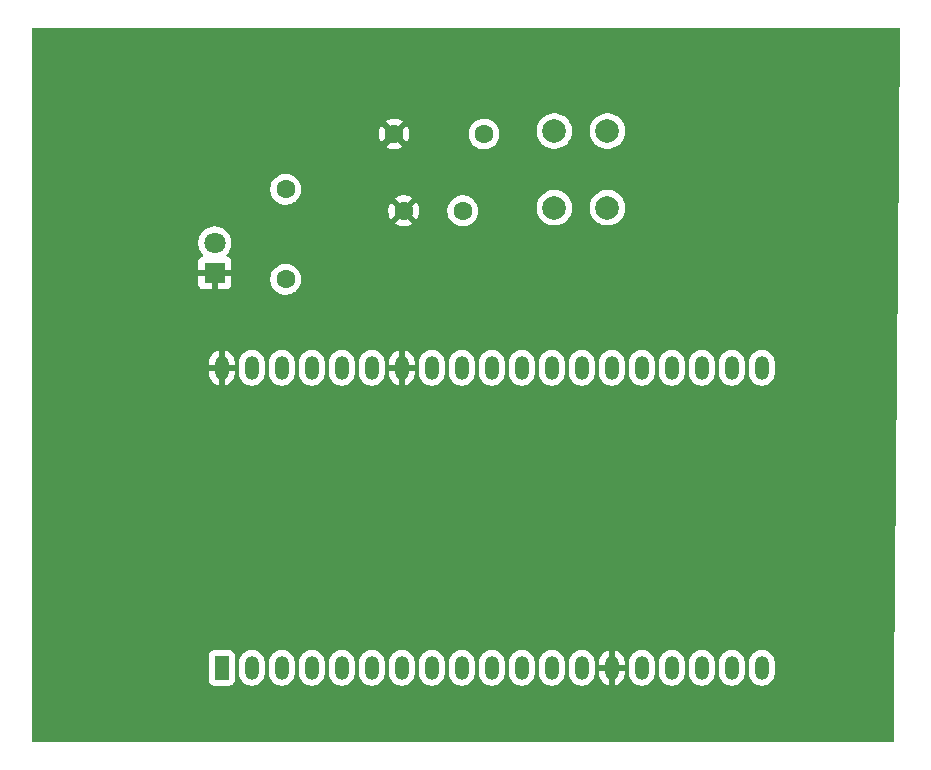
<source format=gbl>
%TF.GenerationSoftware,KiCad,Pcbnew,9.0.7*%
%TF.CreationDate,2026-01-31T08:24:14+01:00*%
%TF.ProjectId,p2,70322e6b-6963-4616-945f-706362585858,rev?*%
%TF.SameCoordinates,Original*%
%TF.FileFunction,Copper,L2,Bot*%
%TF.FilePolarity,Positive*%
%FSLAX46Y46*%
G04 Gerber Fmt 4.6, Leading zero omitted, Abs format (unit mm)*
G04 Created by KiCad (PCBNEW 9.0.7) date 2026-01-31 08:24:14*
%MOMM*%
%LPD*%
G01*
G04 APERTURE LIST*
%TA.AperFunction,ComponentPad*%
%ADD10R,1.200000X2.000000*%
%TD*%
%TA.AperFunction,ComponentPad*%
%ADD11O,1.200000X2.000000*%
%TD*%
%TA.AperFunction,ComponentPad*%
%ADD12C,2.000000*%
%TD*%
%TA.AperFunction,ComponentPad*%
%ADD13C,1.600000*%
%TD*%
%TA.AperFunction,ComponentPad*%
%ADD14R,1.800000X1.800000*%
%TD*%
%TA.AperFunction,ComponentPad*%
%ADD15C,1.800000*%
%TD*%
G04 APERTURE END LIST*
D10*
%TO.P,U1,1,3V3*%
%TO.N,+3.3V*%
X122596560Y-106200000D03*
D11*
%TO.P,U1,2,CHIP_PU*%
%TO.N,unconnected-(U1-CHIP_PU-Pad2)*%
X125136560Y-106200000D03*
%TO.P,U1,3,SENSOR_VP/GPIO36/ADC1_CH0*%
%TO.N,unconnected-(U1-SENSOR_VP{slash}GPIO36{slash}ADC1_CH0-Pad3)*%
X127676560Y-106200000D03*
%TO.P,U1,4,SENSOR_VN/GPIO39/ADC1_CH3*%
%TO.N,unconnected-(U1-SENSOR_VN{slash}GPIO39{slash}ADC1_CH3-Pad4)*%
X130216560Y-106200000D03*
%TO.P,U1,5,VDET_1/GPIO34/ADC1_CH6*%
%TO.N,unconnected-(U1-VDET_1{slash}GPIO34{slash}ADC1_CH6-Pad5)*%
X132756560Y-106200000D03*
%TO.P,U1,6,VDET_2/GPIO35/ADC1_CH7*%
%TO.N,unconnected-(U1-VDET_2{slash}GPIO35{slash}ADC1_CH7-Pad6)*%
X135296560Y-106200000D03*
%TO.P,U1,7,32K_XP/GPIO32/ADC1_CH4*%
%TO.N,unconnected-(U1-32K_XP{slash}GPIO32{slash}ADC1_CH4-Pad7)*%
X137836560Y-106200000D03*
%TO.P,U1,8,32K_XN/GPIO33/ADC1_CH5*%
%TO.N,unconnected-(U1-32K_XN{slash}GPIO33{slash}ADC1_CH5-Pad8)*%
X140376560Y-106200000D03*
%TO.P,U1,9,DAC_1/ADC2_CH8/GPIO25*%
%TO.N,unconnected-(U1-DAC_1{slash}ADC2_CH8{slash}GPIO25-Pad9)*%
X142916560Y-106200000D03*
%TO.P,U1,10,DAC_2/ADC2_CH9/GPIO26*%
%TO.N,unconnected-(U1-DAC_2{slash}ADC2_CH9{slash}GPIO26-Pad10)*%
X145456560Y-106200000D03*
%TO.P,U1,11,ADC2_CH7/GPIO27*%
%TO.N,unconnected-(U1-ADC2_CH7{slash}GPIO27-Pad11)*%
X147996560Y-106200000D03*
%TO.P,U1,12,MTMS/GPIO14/ADC2_CH6*%
%TO.N,unconnected-(U1-MTMS{slash}GPIO14{slash}ADC2_CH6-Pad12)*%
X150536560Y-106200000D03*
%TO.P,U1,13,MTDI/GPIO12/ADC2_CH5*%
%TO.N,unconnected-(U1-MTDI{slash}GPIO12{slash}ADC2_CH5-Pad13)*%
X153076560Y-106200000D03*
%TO.P,U1,14,GND*%
%TO.N,GND*%
X155616560Y-106200000D03*
%TO.P,U1,15,MTCK/GPIO13/ADC2_CH4*%
%TO.N,unconnected-(U1-MTCK{slash}GPIO13{slash}ADC2_CH4-Pad15)*%
X158156560Y-106200000D03*
%TO.P,U1,16,SD_DATA2/GPIO9*%
%TO.N,unconnected-(U1-SD_DATA2{slash}GPIO9-Pad16)*%
X160696560Y-106200000D03*
%TO.P,U1,17,SD_DATA3/GPIO10*%
%TO.N,unconnected-(U1-SD_DATA3{slash}GPIO10-Pad17)*%
X163236560Y-106200000D03*
%TO.P,U1,18,CMD*%
%TO.N,unconnected-(U1-CMD-Pad18)*%
X165776560Y-106200000D03*
%TO.P,U1,19,5V*%
%TO.N,unconnected-(U1-5V-Pad19)*%
X168316560Y-106200000D03*
%TO.P,U1,20,SD_CLK/GPIO6*%
%TO.N,unconnected-(U1-SD_CLK{slash}GPIO6-Pad20)*%
X168313840Y-80803680D03*
%TO.P,U1,21,SD_DATA0/GPIO7*%
%TO.N,unconnected-(U1-SD_DATA0{slash}GPIO7-Pad21)*%
X165773840Y-80803680D03*
%TO.P,U1,22,SD_DATA1/GPIO8*%
%TO.N,unconnected-(U1-SD_DATA1{slash}GPIO8-Pad22)*%
X163236560Y-80800000D03*
%TO.P,U1,23,MTDO/GPIO15/ADC2_CH3*%
%TO.N,unconnected-(U1-MTDO{slash}GPIO15{slash}ADC2_CH3-Pad23)*%
X160696560Y-80800000D03*
%TO.P,U1,24,ADC2_CH2/GPIO2*%
%TO.N,unconnected-(U1-ADC2_CH2{slash}GPIO2-Pad24)*%
X158156560Y-80800000D03*
%TO.P,U1,25,GPIO0/BOOT/ADC2_CH1*%
%TO.N,unconnected-(U1-GPIO0{slash}BOOT{slash}ADC2_CH1-Pad25)*%
X155616560Y-80800000D03*
%TO.P,U1,26,ADC2_CH0/GPIO4*%
%TO.N,unconnected-(U1-ADC2_CH0{slash}GPIO4-Pad26)*%
X153076560Y-80800000D03*
%TO.P,U1,27,GPIO16*%
%TO.N,unconnected-(U1-GPIO16-Pad27)*%
X150536560Y-80800000D03*
%TO.P,U1,28,GPIO17*%
%TO.N,unconnected-(U1-GPIO17-Pad28)*%
X147996560Y-80800000D03*
%TO.P,U1,29,GPIO5*%
%TO.N,unconnected-(U1-GPIO5-Pad29)*%
X145456560Y-80800000D03*
%TO.P,U1,30,GPIO18*%
%TO.N,Net-(U1-GPIO18)*%
X142916560Y-80800000D03*
%TO.P,U1,31,GPIO19*%
%TO.N,unconnected-(U1-GPIO19-Pad31)*%
X140376560Y-80800000D03*
%TO.P,U1,32,GND*%
%TO.N,GND*%
X137836560Y-80800000D03*
%TO.P,U1,33,GPIO21*%
%TO.N,unconnected-(U1-GPIO21-Pad33)*%
X135296560Y-80800000D03*
%TO.P,U1,34,U0RXD/GPIO3*%
%TO.N,unconnected-(U1-U0RXD{slash}GPIO3-Pad34)*%
X132756560Y-80800000D03*
%TO.P,U1,35,U0TXD/GPIO1*%
%TO.N,unconnected-(U1-U0TXD{slash}GPIO1-Pad35)*%
X130216560Y-80800000D03*
%TO.P,U1,36,GPIO22*%
%TO.N,unconnected-(U1-GPIO22-Pad36)*%
X127676560Y-80800000D03*
%TO.P,U1,37,GPIO23*%
%TO.N,Net-(U1-GPIO23)*%
X125136560Y-80800000D03*
%TO.P,U1,38,GND*%
%TO.N,GND*%
X122596560Y-80800000D03*
%TD*%
D12*
%TO.P,SW1,1,1*%
%TO.N,Net-(U1-GPIO18)*%
X155250000Y-60750000D03*
X155250000Y-67250000D03*
%TO.P,SW1,2,2*%
%TO.N,+3.3V*%
X150750000Y-60750000D03*
X150750000Y-67250000D03*
%TD*%
D13*
%TO.P,R2,1*%
%TO.N,Net-(U1-GPIO18)*%
X144810000Y-61000000D03*
%TO.P,R2,2*%
%TO.N,GND*%
X137190000Y-61000000D03*
%TD*%
%TO.P,R1,1*%
%TO.N,Net-(U1-GPIO23)*%
X128000000Y-73310000D03*
%TO.P,R1,2*%
%TO.N,Net-(D1-A)*%
X128000000Y-65690000D03*
%TD*%
D14*
%TO.P,D1,1,K*%
%TO.N,GND*%
X122000000Y-72770000D03*
D15*
%TO.P,D1,2,A*%
%TO.N,Net-(D1-A)*%
X122000000Y-70230000D03*
%TD*%
D13*
%TO.P,C1,1*%
%TO.N,Net-(U1-GPIO18)*%
X143000000Y-67500000D03*
%TO.P,C1,2*%
%TO.N,GND*%
X138000000Y-67500000D03*
%TD*%
%TA.AperFunction,Conductor*%
%TO.N,GND*%
G36*
X179941992Y-52019685D02*
G01*
X179987747Y-52072489D01*
X179998949Y-52125042D01*
X179833427Y-71822155D01*
X179531983Y-107694091D01*
X179500000Y-111500044D01*
X179500000Y-112376000D01*
X179480315Y-112443039D01*
X179427511Y-112488794D01*
X179376000Y-112500000D01*
X106624000Y-112500000D01*
X106556961Y-112480315D01*
X106511206Y-112427511D01*
X106500000Y-112376000D01*
X106500000Y-105152135D01*
X121496060Y-105152135D01*
X121496060Y-107247870D01*
X121496061Y-107247876D01*
X121502468Y-107307483D01*
X121552762Y-107442328D01*
X121552766Y-107442335D01*
X121639012Y-107557544D01*
X121639015Y-107557547D01*
X121754224Y-107643793D01*
X121754231Y-107643797D01*
X121889077Y-107694091D01*
X121889076Y-107694091D01*
X121896004Y-107694835D01*
X121948687Y-107700500D01*
X123244432Y-107700499D01*
X123304043Y-107694091D01*
X123438891Y-107643796D01*
X123554106Y-107557546D01*
X123640356Y-107442331D01*
X123690651Y-107307483D01*
X123697060Y-107247873D01*
X123697059Y-105713389D01*
X124036060Y-105713389D01*
X124036060Y-106686611D01*
X124063158Y-106857701D01*
X124116687Y-107022445D01*
X124195328Y-107176788D01*
X124297146Y-107316928D01*
X124419632Y-107439414D01*
X124559772Y-107541232D01*
X124714115Y-107619873D01*
X124878859Y-107673402D01*
X125049949Y-107700500D01*
X125049950Y-107700500D01*
X125223170Y-107700500D01*
X125223171Y-107700500D01*
X125394261Y-107673402D01*
X125559005Y-107619873D01*
X125713348Y-107541232D01*
X125853488Y-107439414D01*
X125975974Y-107316928D01*
X126077792Y-107176788D01*
X126156433Y-107022445D01*
X126209962Y-106857701D01*
X126237060Y-106686611D01*
X126237060Y-105713389D01*
X126576060Y-105713389D01*
X126576060Y-106686611D01*
X126603158Y-106857701D01*
X126656687Y-107022445D01*
X126735328Y-107176788D01*
X126837146Y-107316928D01*
X126959632Y-107439414D01*
X127099772Y-107541232D01*
X127254115Y-107619873D01*
X127418859Y-107673402D01*
X127589949Y-107700500D01*
X127589950Y-107700500D01*
X127763170Y-107700500D01*
X127763171Y-107700500D01*
X127934261Y-107673402D01*
X128099005Y-107619873D01*
X128253348Y-107541232D01*
X128393488Y-107439414D01*
X128515974Y-107316928D01*
X128617792Y-107176788D01*
X128696433Y-107022445D01*
X128749962Y-106857701D01*
X128777060Y-106686611D01*
X128777060Y-105713389D01*
X129116060Y-105713389D01*
X129116060Y-106686611D01*
X129143158Y-106857701D01*
X129196687Y-107022445D01*
X129275328Y-107176788D01*
X129377146Y-107316928D01*
X129499632Y-107439414D01*
X129639772Y-107541232D01*
X129794115Y-107619873D01*
X129958859Y-107673402D01*
X130129949Y-107700500D01*
X130129950Y-107700500D01*
X130303170Y-107700500D01*
X130303171Y-107700500D01*
X130474261Y-107673402D01*
X130639005Y-107619873D01*
X130793348Y-107541232D01*
X130933488Y-107439414D01*
X131055974Y-107316928D01*
X131157792Y-107176788D01*
X131236433Y-107022445D01*
X131289962Y-106857701D01*
X131317060Y-106686611D01*
X131317060Y-105713389D01*
X131656060Y-105713389D01*
X131656060Y-106686611D01*
X131683158Y-106857701D01*
X131736687Y-107022445D01*
X131815328Y-107176788D01*
X131917146Y-107316928D01*
X132039632Y-107439414D01*
X132179772Y-107541232D01*
X132334115Y-107619873D01*
X132498859Y-107673402D01*
X132669949Y-107700500D01*
X132669950Y-107700500D01*
X132843170Y-107700500D01*
X132843171Y-107700500D01*
X133014261Y-107673402D01*
X133179005Y-107619873D01*
X133333348Y-107541232D01*
X133473488Y-107439414D01*
X133595974Y-107316928D01*
X133697792Y-107176788D01*
X133776433Y-107022445D01*
X133829962Y-106857701D01*
X133857060Y-106686611D01*
X133857060Y-105713389D01*
X134196060Y-105713389D01*
X134196060Y-106686611D01*
X134223158Y-106857701D01*
X134276687Y-107022445D01*
X134355328Y-107176788D01*
X134457146Y-107316928D01*
X134579632Y-107439414D01*
X134719772Y-107541232D01*
X134874115Y-107619873D01*
X135038859Y-107673402D01*
X135209949Y-107700500D01*
X135209950Y-107700500D01*
X135383170Y-107700500D01*
X135383171Y-107700500D01*
X135554261Y-107673402D01*
X135719005Y-107619873D01*
X135873348Y-107541232D01*
X136013488Y-107439414D01*
X136135974Y-107316928D01*
X136237792Y-107176788D01*
X136316433Y-107022445D01*
X136369962Y-106857701D01*
X136397060Y-106686611D01*
X136397060Y-105713389D01*
X136736060Y-105713389D01*
X136736060Y-106686611D01*
X136763158Y-106857701D01*
X136816687Y-107022445D01*
X136895328Y-107176788D01*
X136997146Y-107316928D01*
X137119632Y-107439414D01*
X137259772Y-107541232D01*
X137414115Y-107619873D01*
X137578859Y-107673402D01*
X137749949Y-107700500D01*
X137749950Y-107700500D01*
X137923170Y-107700500D01*
X137923171Y-107700500D01*
X138094261Y-107673402D01*
X138259005Y-107619873D01*
X138413348Y-107541232D01*
X138553488Y-107439414D01*
X138675974Y-107316928D01*
X138777792Y-107176788D01*
X138856433Y-107022445D01*
X138909962Y-106857701D01*
X138937060Y-106686611D01*
X138937060Y-105713389D01*
X139276060Y-105713389D01*
X139276060Y-106686611D01*
X139303158Y-106857701D01*
X139356687Y-107022445D01*
X139435328Y-107176788D01*
X139537146Y-107316928D01*
X139659632Y-107439414D01*
X139799772Y-107541232D01*
X139954115Y-107619873D01*
X140118859Y-107673402D01*
X140289949Y-107700500D01*
X140289950Y-107700500D01*
X140463170Y-107700500D01*
X140463171Y-107700500D01*
X140634261Y-107673402D01*
X140799005Y-107619873D01*
X140953348Y-107541232D01*
X141093488Y-107439414D01*
X141215974Y-107316928D01*
X141317792Y-107176788D01*
X141396433Y-107022445D01*
X141449962Y-106857701D01*
X141477060Y-106686611D01*
X141477060Y-105713389D01*
X141816060Y-105713389D01*
X141816060Y-106686611D01*
X141843158Y-106857701D01*
X141896687Y-107022445D01*
X141975328Y-107176788D01*
X142077146Y-107316928D01*
X142199632Y-107439414D01*
X142339772Y-107541232D01*
X142494115Y-107619873D01*
X142658859Y-107673402D01*
X142829949Y-107700500D01*
X142829950Y-107700500D01*
X143003170Y-107700500D01*
X143003171Y-107700500D01*
X143174261Y-107673402D01*
X143339005Y-107619873D01*
X143493348Y-107541232D01*
X143633488Y-107439414D01*
X143755974Y-107316928D01*
X143857792Y-107176788D01*
X143936433Y-107022445D01*
X143989962Y-106857701D01*
X144017060Y-106686611D01*
X144017060Y-105713389D01*
X144356060Y-105713389D01*
X144356060Y-106686611D01*
X144383158Y-106857701D01*
X144436687Y-107022445D01*
X144515328Y-107176788D01*
X144617146Y-107316928D01*
X144739632Y-107439414D01*
X144879772Y-107541232D01*
X145034115Y-107619873D01*
X145198859Y-107673402D01*
X145369949Y-107700500D01*
X145369950Y-107700500D01*
X145543170Y-107700500D01*
X145543171Y-107700500D01*
X145714261Y-107673402D01*
X145879005Y-107619873D01*
X146033348Y-107541232D01*
X146173488Y-107439414D01*
X146295974Y-107316928D01*
X146397792Y-107176788D01*
X146476433Y-107022445D01*
X146529962Y-106857701D01*
X146557060Y-106686611D01*
X146557060Y-105713389D01*
X146896060Y-105713389D01*
X146896060Y-106686611D01*
X146923158Y-106857701D01*
X146976687Y-107022445D01*
X147055328Y-107176788D01*
X147157146Y-107316928D01*
X147279632Y-107439414D01*
X147419772Y-107541232D01*
X147574115Y-107619873D01*
X147738859Y-107673402D01*
X147909949Y-107700500D01*
X147909950Y-107700500D01*
X148083170Y-107700500D01*
X148083171Y-107700500D01*
X148254261Y-107673402D01*
X148419005Y-107619873D01*
X148573348Y-107541232D01*
X148713488Y-107439414D01*
X148835974Y-107316928D01*
X148937792Y-107176788D01*
X149016433Y-107022445D01*
X149069962Y-106857701D01*
X149097060Y-106686611D01*
X149097060Y-105713389D01*
X149436060Y-105713389D01*
X149436060Y-106686611D01*
X149463158Y-106857701D01*
X149516687Y-107022445D01*
X149595328Y-107176788D01*
X149697146Y-107316928D01*
X149819632Y-107439414D01*
X149959772Y-107541232D01*
X150114115Y-107619873D01*
X150278859Y-107673402D01*
X150449949Y-107700500D01*
X150449950Y-107700500D01*
X150623170Y-107700500D01*
X150623171Y-107700500D01*
X150794261Y-107673402D01*
X150959005Y-107619873D01*
X151113348Y-107541232D01*
X151253488Y-107439414D01*
X151375974Y-107316928D01*
X151477792Y-107176788D01*
X151556433Y-107022445D01*
X151609962Y-106857701D01*
X151637060Y-106686611D01*
X151637060Y-105713389D01*
X151976060Y-105713389D01*
X151976060Y-106686611D01*
X152003158Y-106857701D01*
X152056687Y-107022445D01*
X152135328Y-107176788D01*
X152237146Y-107316928D01*
X152359632Y-107439414D01*
X152499772Y-107541232D01*
X152654115Y-107619873D01*
X152818859Y-107673402D01*
X152989949Y-107700500D01*
X152989950Y-107700500D01*
X153163170Y-107700500D01*
X153163171Y-107700500D01*
X153334261Y-107673402D01*
X153499005Y-107619873D01*
X153653348Y-107541232D01*
X153793488Y-107439414D01*
X153915974Y-107316928D01*
X154017792Y-107176788D01*
X154096433Y-107022445D01*
X154149962Y-106857701D01*
X154177060Y-106686611D01*
X154177060Y-105713428D01*
X154516560Y-105713428D01*
X154516560Y-105950000D01*
X155300874Y-105950000D01*
X155296480Y-105954394D01*
X155243819Y-106045606D01*
X155216560Y-106147339D01*
X155216560Y-106252661D01*
X155243819Y-106354394D01*
X155296480Y-106445606D01*
X155300874Y-106450000D01*
X154516560Y-106450000D01*
X154516560Y-106686571D01*
X154543645Y-106857584D01*
X154597151Y-107022257D01*
X154675755Y-107176524D01*
X154777527Y-107316602D01*
X154899957Y-107439032D01*
X155040035Y-107540804D01*
X155194304Y-107619408D01*
X155358975Y-107672914D01*
X155358974Y-107672914D01*
X155366559Y-107674115D01*
X155366560Y-107674114D01*
X155366560Y-106515686D01*
X155370954Y-106520080D01*
X155462166Y-106572741D01*
X155563899Y-106600000D01*
X155669221Y-106600000D01*
X155770954Y-106572741D01*
X155862166Y-106520080D01*
X155866560Y-106515686D01*
X155866560Y-107674115D01*
X155874144Y-107672914D01*
X156038815Y-107619408D01*
X156193084Y-107540804D01*
X156333162Y-107439032D01*
X156455592Y-107316602D01*
X156557364Y-107176524D01*
X156635968Y-107022257D01*
X156689474Y-106857584D01*
X156716560Y-106686571D01*
X156716560Y-106450000D01*
X155932246Y-106450000D01*
X155936640Y-106445606D01*
X155989301Y-106354394D01*
X156016560Y-106252661D01*
X156016560Y-106147339D01*
X155989301Y-106045606D01*
X155936640Y-105954394D01*
X155932246Y-105950000D01*
X156716560Y-105950000D01*
X156716560Y-105713428D01*
X156716554Y-105713389D01*
X157056060Y-105713389D01*
X157056060Y-106686611D01*
X157083158Y-106857701D01*
X157136687Y-107022445D01*
X157215328Y-107176788D01*
X157317146Y-107316928D01*
X157439632Y-107439414D01*
X157579772Y-107541232D01*
X157734115Y-107619873D01*
X157898859Y-107673402D01*
X158069949Y-107700500D01*
X158069950Y-107700500D01*
X158243170Y-107700500D01*
X158243171Y-107700500D01*
X158414261Y-107673402D01*
X158579005Y-107619873D01*
X158733348Y-107541232D01*
X158873488Y-107439414D01*
X158995974Y-107316928D01*
X159097792Y-107176788D01*
X159176433Y-107022445D01*
X159229962Y-106857701D01*
X159257060Y-106686611D01*
X159257060Y-105713389D01*
X159596060Y-105713389D01*
X159596060Y-106686611D01*
X159623158Y-106857701D01*
X159676687Y-107022445D01*
X159755328Y-107176788D01*
X159857146Y-107316928D01*
X159979632Y-107439414D01*
X160119772Y-107541232D01*
X160274115Y-107619873D01*
X160438859Y-107673402D01*
X160609949Y-107700500D01*
X160609950Y-107700500D01*
X160783170Y-107700500D01*
X160783171Y-107700500D01*
X160954261Y-107673402D01*
X161119005Y-107619873D01*
X161273348Y-107541232D01*
X161413488Y-107439414D01*
X161535974Y-107316928D01*
X161637792Y-107176788D01*
X161716433Y-107022445D01*
X161769962Y-106857701D01*
X161797060Y-106686611D01*
X161797060Y-105713389D01*
X162136060Y-105713389D01*
X162136060Y-106686611D01*
X162163158Y-106857701D01*
X162216687Y-107022445D01*
X162295328Y-107176788D01*
X162397146Y-107316928D01*
X162519632Y-107439414D01*
X162659772Y-107541232D01*
X162814115Y-107619873D01*
X162978859Y-107673402D01*
X163149949Y-107700500D01*
X163149950Y-107700500D01*
X163323170Y-107700500D01*
X163323171Y-107700500D01*
X163494261Y-107673402D01*
X163659005Y-107619873D01*
X163813348Y-107541232D01*
X163953488Y-107439414D01*
X164075974Y-107316928D01*
X164177792Y-107176788D01*
X164256433Y-107022445D01*
X164309962Y-106857701D01*
X164337060Y-106686611D01*
X164337060Y-105713389D01*
X164676060Y-105713389D01*
X164676060Y-106686611D01*
X164703158Y-106857701D01*
X164756687Y-107022445D01*
X164835328Y-107176788D01*
X164937146Y-107316928D01*
X165059632Y-107439414D01*
X165199772Y-107541232D01*
X165354115Y-107619873D01*
X165518859Y-107673402D01*
X165689949Y-107700500D01*
X165689950Y-107700500D01*
X165863170Y-107700500D01*
X165863171Y-107700500D01*
X166034261Y-107673402D01*
X166199005Y-107619873D01*
X166353348Y-107541232D01*
X166493488Y-107439414D01*
X166615974Y-107316928D01*
X166717792Y-107176788D01*
X166796433Y-107022445D01*
X166849962Y-106857701D01*
X166877060Y-106686611D01*
X166877060Y-105713389D01*
X167216060Y-105713389D01*
X167216060Y-106686611D01*
X167243158Y-106857701D01*
X167296687Y-107022445D01*
X167375328Y-107176788D01*
X167477146Y-107316928D01*
X167599632Y-107439414D01*
X167739772Y-107541232D01*
X167894115Y-107619873D01*
X168058859Y-107673402D01*
X168229949Y-107700500D01*
X168229950Y-107700500D01*
X168403170Y-107700500D01*
X168403171Y-107700500D01*
X168574261Y-107673402D01*
X168739005Y-107619873D01*
X168893348Y-107541232D01*
X169033488Y-107439414D01*
X169155974Y-107316928D01*
X169257792Y-107176788D01*
X169336433Y-107022445D01*
X169389962Y-106857701D01*
X169417060Y-106686611D01*
X169417060Y-105713389D01*
X169389962Y-105542299D01*
X169336433Y-105377555D01*
X169257792Y-105223212D01*
X169155974Y-105083072D01*
X169033488Y-104960586D01*
X168893348Y-104858768D01*
X168739005Y-104780127D01*
X168574261Y-104726598D01*
X168574259Y-104726597D01*
X168574258Y-104726597D01*
X168442831Y-104705781D01*
X168403171Y-104699500D01*
X168229949Y-104699500D01*
X168190288Y-104705781D01*
X168058862Y-104726597D01*
X167894112Y-104780128D01*
X167739771Y-104858768D01*
X167659816Y-104916859D01*
X167599632Y-104960586D01*
X167599630Y-104960588D01*
X167599629Y-104960588D01*
X167477148Y-105083069D01*
X167477148Y-105083070D01*
X167477146Y-105083072D01*
X167476910Y-105083397D01*
X167375328Y-105223211D01*
X167296688Y-105377552D01*
X167243157Y-105542302D01*
X167216060Y-105713389D01*
X166877060Y-105713389D01*
X166849962Y-105542299D01*
X166796433Y-105377555D01*
X166717792Y-105223212D01*
X166615974Y-105083072D01*
X166493488Y-104960586D01*
X166353348Y-104858768D01*
X166199005Y-104780127D01*
X166034261Y-104726598D01*
X166034259Y-104726597D01*
X166034258Y-104726597D01*
X165902831Y-104705781D01*
X165863171Y-104699500D01*
X165689949Y-104699500D01*
X165650288Y-104705781D01*
X165518862Y-104726597D01*
X165354112Y-104780128D01*
X165199771Y-104858768D01*
X165119816Y-104916859D01*
X165059632Y-104960586D01*
X165059630Y-104960588D01*
X165059629Y-104960588D01*
X164937148Y-105083069D01*
X164937148Y-105083070D01*
X164937146Y-105083072D01*
X164936910Y-105083397D01*
X164835328Y-105223211D01*
X164756688Y-105377552D01*
X164703157Y-105542302D01*
X164676060Y-105713389D01*
X164337060Y-105713389D01*
X164309962Y-105542299D01*
X164256433Y-105377555D01*
X164177792Y-105223212D01*
X164075974Y-105083072D01*
X163953488Y-104960586D01*
X163813348Y-104858768D01*
X163659005Y-104780127D01*
X163494261Y-104726598D01*
X163494259Y-104726597D01*
X163494258Y-104726597D01*
X163362831Y-104705781D01*
X163323171Y-104699500D01*
X163149949Y-104699500D01*
X163110288Y-104705781D01*
X162978862Y-104726597D01*
X162814112Y-104780128D01*
X162659771Y-104858768D01*
X162579816Y-104916859D01*
X162519632Y-104960586D01*
X162519630Y-104960588D01*
X162519629Y-104960588D01*
X162397148Y-105083069D01*
X162397148Y-105083070D01*
X162397146Y-105083072D01*
X162396910Y-105083397D01*
X162295328Y-105223211D01*
X162216688Y-105377552D01*
X162163157Y-105542302D01*
X162136060Y-105713389D01*
X161797060Y-105713389D01*
X161769962Y-105542299D01*
X161716433Y-105377555D01*
X161637792Y-105223212D01*
X161535974Y-105083072D01*
X161413488Y-104960586D01*
X161273348Y-104858768D01*
X161119005Y-104780127D01*
X160954261Y-104726598D01*
X160954259Y-104726597D01*
X160954258Y-104726597D01*
X160822831Y-104705781D01*
X160783171Y-104699500D01*
X160609949Y-104699500D01*
X160570288Y-104705781D01*
X160438862Y-104726597D01*
X160274112Y-104780128D01*
X160119771Y-104858768D01*
X160039816Y-104916859D01*
X159979632Y-104960586D01*
X159979630Y-104960588D01*
X159979629Y-104960588D01*
X159857148Y-105083069D01*
X159857148Y-105083070D01*
X159857146Y-105083072D01*
X159856910Y-105083397D01*
X159755328Y-105223211D01*
X159676688Y-105377552D01*
X159623157Y-105542302D01*
X159596060Y-105713389D01*
X159257060Y-105713389D01*
X159229962Y-105542299D01*
X159176433Y-105377555D01*
X159097792Y-105223212D01*
X158995974Y-105083072D01*
X158873488Y-104960586D01*
X158733348Y-104858768D01*
X158579005Y-104780127D01*
X158414261Y-104726598D01*
X158414259Y-104726597D01*
X158414258Y-104726597D01*
X158282831Y-104705781D01*
X158243171Y-104699500D01*
X158069949Y-104699500D01*
X158030288Y-104705781D01*
X157898862Y-104726597D01*
X157734112Y-104780128D01*
X157579771Y-104858768D01*
X157499816Y-104916859D01*
X157439632Y-104960586D01*
X157439630Y-104960588D01*
X157439629Y-104960588D01*
X157317148Y-105083069D01*
X157317148Y-105083070D01*
X157317146Y-105083072D01*
X157316910Y-105083397D01*
X157215328Y-105223211D01*
X157136688Y-105377552D01*
X157083157Y-105542302D01*
X157056060Y-105713389D01*
X156716554Y-105713389D01*
X156689474Y-105542415D01*
X156635968Y-105377742D01*
X156557364Y-105223475D01*
X156455592Y-105083397D01*
X156333162Y-104960967D01*
X156193084Y-104859195D01*
X156038817Y-104780591D01*
X155874149Y-104727087D01*
X155874141Y-104727085D01*
X155866560Y-104725884D01*
X155866560Y-105884314D01*
X155862166Y-105879920D01*
X155770954Y-105827259D01*
X155669221Y-105800000D01*
X155563899Y-105800000D01*
X155462166Y-105827259D01*
X155370954Y-105879920D01*
X155366560Y-105884314D01*
X155366560Y-104725884D01*
X155366559Y-104725884D01*
X155358978Y-104727085D01*
X155358970Y-104727087D01*
X155194302Y-104780591D01*
X155040035Y-104859195D01*
X154899957Y-104960967D01*
X154777527Y-105083397D01*
X154675755Y-105223475D01*
X154597151Y-105377742D01*
X154543645Y-105542415D01*
X154516560Y-105713428D01*
X154177060Y-105713428D01*
X154177060Y-105713389D01*
X154149962Y-105542299D01*
X154096433Y-105377555D01*
X154017792Y-105223212D01*
X153915974Y-105083072D01*
X153793488Y-104960586D01*
X153653348Y-104858768D01*
X153499005Y-104780127D01*
X153334261Y-104726598D01*
X153334259Y-104726597D01*
X153334258Y-104726597D01*
X153202831Y-104705781D01*
X153163171Y-104699500D01*
X152989949Y-104699500D01*
X152950288Y-104705781D01*
X152818862Y-104726597D01*
X152654112Y-104780128D01*
X152499771Y-104858768D01*
X152419816Y-104916859D01*
X152359632Y-104960586D01*
X152359630Y-104960588D01*
X152359629Y-104960588D01*
X152237148Y-105083069D01*
X152237148Y-105083070D01*
X152237146Y-105083072D01*
X152236910Y-105083397D01*
X152135328Y-105223211D01*
X152056688Y-105377552D01*
X152003157Y-105542302D01*
X151976060Y-105713389D01*
X151637060Y-105713389D01*
X151609962Y-105542299D01*
X151556433Y-105377555D01*
X151477792Y-105223212D01*
X151375974Y-105083072D01*
X151253488Y-104960586D01*
X151113348Y-104858768D01*
X150959005Y-104780127D01*
X150794261Y-104726598D01*
X150794259Y-104726597D01*
X150794258Y-104726597D01*
X150662831Y-104705781D01*
X150623171Y-104699500D01*
X150449949Y-104699500D01*
X150410288Y-104705781D01*
X150278862Y-104726597D01*
X150114112Y-104780128D01*
X149959771Y-104858768D01*
X149879816Y-104916859D01*
X149819632Y-104960586D01*
X149819630Y-104960588D01*
X149819629Y-104960588D01*
X149697148Y-105083069D01*
X149697148Y-105083070D01*
X149697146Y-105083072D01*
X149696910Y-105083397D01*
X149595328Y-105223211D01*
X149516688Y-105377552D01*
X149463157Y-105542302D01*
X149436060Y-105713389D01*
X149097060Y-105713389D01*
X149069962Y-105542299D01*
X149016433Y-105377555D01*
X148937792Y-105223212D01*
X148835974Y-105083072D01*
X148713488Y-104960586D01*
X148573348Y-104858768D01*
X148419005Y-104780127D01*
X148254261Y-104726598D01*
X148254259Y-104726597D01*
X148254258Y-104726597D01*
X148122831Y-104705781D01*
X148083171Y-104699500D01*
X147909949Y-104699500D01*
X147870288Y-104705781D01*
X147738862Y-104726597D01*
X147574112Y-104780128D01*
X147419771Y-104858768D01*
X147339816Y-104916859D01*
X147279632Y-104960586D01*
X147279630Y-104960588D01*
X147279629Y-104960588D01*
X147157148Y-105083069D01*
X147157148Y-105083070D01*
X147157146Y-105083072D01*
X147156910Y-105083397D01*
X147055328Y-105223211D01*
X146976688Y-105377552D01*
X146923157Y-105542302D01*
X146896060Y-105713389D01*
X146557060Y-105713389D01*
X146529962Y-105542299D01*
X146476433Y-105377555D01*
X146397792Y-105223212D01*
X146295974Y-105083072D01*
X146173488Y-104960586D01*
X146033348Y-104858768D01*
X145879005Y-104780127D01*
X145714261Y-104726598D01*
X145714259Y-104726597D01*
X145714258Y-104726597D01*
X145582831Y-104705781D01*
X145543171Y-104699500D01*
X145369949Y-104699500D01*
X145330288Y-104705781D01*
X145198862Y-104726597D01*
X145034112Y-104780128D01*
X144879771Y-104858768D01*
X144799816Y-104916859D01*
X144739632Y-104960586D01*
X144739630Y-104960588D01*
X144739629Y-104960588D01*
X144617148Y-105083069D01*
X144617148Y-105083070D01*
X144617146Y-105083072D01*
X144616910Y-105083397D01*
X144515328Y-105223211D01*
X144436688Y-105377552D01*
X144383157Y-105542302D01*
X144356060Y-105713389D01*
X144017060Y-105713389D01*
X143989962Y-105542299D01*
X143936433Y-105377555D01*
X143857792Y-105223212D01*
X143755974Y-105083072D01*
X143633488Y-104960586D01*
X143493348Y-104858768D01*
X143339005Y-104780127D01*
X143174261Y-104726598D01*
X143174259Y-104726597D01*
X143174258Y-104726597D01*
X143042831Y-104705781D01*
X143003171Y-104699500D01*
X142829949Y-104699500D01*
X142790288Y-104705781D01*
X142658862Y-104726597D01*
X142494112Y-104780128D01*
X142339771Y-104858768D01*
X142259816Y-104916859D01*
X142199632Y-104960586D01*
X142199630Y-104960588D01*
X142199629Y-104960588D01*
X142077148Y-105083069D01*
X142077148Y-105083070D01*
X142077146Y-105083072D01*
X142076910Y-105083397D01*
X141975328Y-105223211D01*
X141896688Y-105377552D01*
X141843157Y-105542302D01*
X141816060Y-105713389D01*
X141477060Y-105713389D01*
X141449962Y-105542299D01*
X141396433Y-105377555D01*
X141317792Y-105223212D01*
X141215974Y-105083072D01*
X141093488Y-104960586D01*
X140953348Y-104858768D01*
X140799005Y-104780127D01*
X140634261Y-104726598D01*
X140634259Y-104726597D01*
X140634258Y-104726597D01*
X140502831Y-104705781D01*
X140463171Y-104699500D01*
X140289949Y-104699500D01*
X140250288Y-104705781D01*
X140118862Y-104726597D01*
X139954112Y-104780128D01*
X139799771Y-104858768D01*
X139719816Y-104916859D01*
X139659632Y-104960586D01*
X139659630Y-104960588D01*
X139659629Y-104960588D01*
X139537148Y-105083069D01*
X139537148Y-105083070D01*
X139537146Y-105083072D01*
X139536910Y-105083397D01*
X139435328Y-105223211D01*
X139356688Y-105377552D01*
X139303157Y-105542302D01*
X139276060Y-105713389D01*
X138937060Y-105713389D01*
X138909962Y-105542299D01*
X138856433Y-105377555D01*
X138777792Y-105223212D01*
X138675974Y-105083072D01*
X138553488Y-104960586D01*
X138413348Y-104858768D01*
X138259005Y-104780127D01*
X138094261Y-104726598D01*
X138094259Y-104726597D01*
X138094258Y-104726597D01*
X137962831Y-104705781D01*
X137923171Y-104699500D01*
X137749949Y-104699500D01*
X137710288Y-104705781D01*
X137578862Y-104726597D01*
X137414112Y-104780128D01*
X137259771Y-104858768D01*
X137179816Y-104916859D01*
X137119632Y-104960586D01*
X137119630Y-104960588D01*
X137119629Y-104960588D01*
X136997148Y-105083069D01*
X136997148Y-105083070D01*
X136997146Y-105083072D01*
X136996910Y-105083397D01*
X136895328Y-105223211D01*
X136816688Y-105377552D01*
X136763157Y-105542302D01*
X136736060Y-105713389D01*
X136397060Y-105713389D01*
X136369962Y-105542299D01*
X136316433Y-105377555D01*
X136237792Y-105223212D01*
X136135974Y-105083072D01*
X136013488Y-104960586D01*
X135873348Y-104858768D01*
X135719005Y-104780127D01*
X135554261Y-104726598D01*
X135554259Y-104726597D01*
X135554258Y-104726597D01*
X135422831Y-104705781D01*
X135383171Y-104699500D01*
X135209949Y-104699500D01*
X135170288Y-104705781D01*
X135038862Y-104726597D01*
X134874112Y-104780128D01*
X134719771Y-104858768D01*
X134639816Y-104916859D01*
X134579632Y-104960586D01*
X134579630Y-104960588D01*
X134579629Y-104960588D01*
X134457148Y-105083069D01*
X134457148Y-105083070D01*
X134457146Y-105083072D01*
X134456910Y-105083397D01*
X134355328Y-105223211D01*
X134276688Y-105377552D01*
X134223157Y-105542302D01*
X134196060Y-105713389D01*
X133857060Y-105713389D01*
X133829962Y-105542299D01*
X133776433Y-105377555D01*
X133697792Y-105223212D01*
X133595974Y-105083072D01*
X133473488Y-104960586D01*
X133333348Y-104858768D01*
X133179005Y-104780127D01*
X133014261Y-104726598D01*
X133014259Y-104726597D01*
X133014258Y-104726597D01*
X132882831Y-104705781D01*
X132843171Y-104699500D01*
X132669949Y-104699500D01*
X132630288Y-104705781D01*
X132498862Y-104726597D01*
X132334112Y-104780128D01*
X132179771Y-104858768D01*
X132099816Y-104916859D01*
X132039632Y-104960586D01*
X132039630Y-104960588D01*
X132039629Y-104960588D01*
X131917148Y-105083069D01*
X131917148Y-105083070D01*
X131917146Y-105083072D01*
X131916910Y-105083397D01*
X131815328Y-105223211D01*
X131736688Y-105377552D01*
X131683157Y-105542302D01*
X131656060Y-105713389D01*
X131317060Y-105713389D01*
X131289962Y-105542299D01*
X131236433Y-105377555D01*
X131157792Y-105223212D01*
X131055974Y-105083072D01*
X130933488Y-104960586D01*
X130793348Y-104858768D01*
X130639005Y-104780127D01*
X130474261Y-104726598D01*
X130474259Y-104726597D01*
X130474258Y-104726597D01*
X130342831Y-104705781D01*
X130303171Y-104699500D01*
X130129949Y-104699500D01*
X130090288Y-104705781D01*
X129958862Y-104726597D01*
X129794112Y-104780128D01*
X129639771Y-104858768D01*
X129559816Y-104916859D01*
X129499632Y-104960586D01*
X129499630Y-104960588D01*
X129499629Y-104960588D01*
X129377148Y-105083069D01*
X129377148Y-105083070D01*
X129377146Y-105083072D01*
X129376910Y-105083397D01*
X129275328Y-105223211D01*
X129196688Y-105377552D01*
X129143157Y-105542302D01*
X129116060Y-105713389D01*
X128777060Y-105713389D01*
X128749962Y-105542299D01*
X128696433Y-105377555D01*
X128617792Y-105223212D01*
X128515974Y-105083072D01*
X128393488Y-104960586D01*
X128253348Y-104858768D01*
X128099005Y-104780127D01*
X127934261Y-104726598D01*
X127934259Y-104726597D01*
X127934258Y-104726597D01*
X127802831Y-104705781D01*
X127763171Y-104699500D01*
X127589949Y-104699500D01*
X127550288Y-104705781D01*
X127418862Y-104726597D01*
X127254112Y-104780128D01*
X127099771Y-104858768D01*
X127019816Y-104916859D01*
X126959632Y-104960586D01*
X126959630Y-104960588D01*
X126959629Y-104960588D01*
X126837148Y-105083069D01*
X126837148Y-105083070D01*
X126837146Y-105083072D01*
X126836910Y-105083397D01*
X126735328Y-105223211D01*
X126656688Y-105377552D01*
X126603157Y-105542302D01*
X126576060Y-105713389D01*
X126237060Y-105713389D01*
X126209962Y-105542299D01*
X126156433Y-105377555D01*
X126077792Y-105223212D01*
X125975974Y-105083072D01*
X125853488Y-104960586D01*
X125713348Y-104858768D01*
X125559005Y-104780127D01*
X125394261Y-104726598D01*
X125394259Y-104726597D01*
X125394258Y-104726597D01*
X125262831Y-104705781D01*
X125223171Y-104699500D01*
X125049949Y-104699500D01*
X125010288Y-104705781D01*
X124878862Y-104726597D01*
X124714112Y-104780128D01*
X124559771Y-104858768D01*
X124479816Y-104916859D01*
X124419632Y-104960586D01*
X124419630Y-104960588D01*
X124419629Y-104960588D01*
X124297148Y-105083069D01*
X124297148Y-105083070D01*
X124297146Y-105083072D01*
X124296910Y-105083397D01*
X124195328Y-105223211D01*
X124116688Y-105377552D01*
X124063157Y-105542302D01*
X124036060Y-105713389D01*
X123697059Y-105713389D01*
X123697059Y-105152128D01*
X123690651Y-105092517D01*
X123687249Y-105083397D01*
X123640357Y-104957671D01*
X123640353Y-104957664D01*
X123554107Y-104842455D01*
X123554104Y-104842452D01*
X123438895Y-104756206D01*
X123438888Y-104756202D01*
X123304042Y-104705908D01*
X123304043Y-104705908D01*
X123244443Y-104699501D01*
X123244441Y-104699500D01*
X123244433Y-104699500D01*
X123244424Y-104699500D01*
X121948689Y-104699500D01*
X121948683Y-104699501D01*
X121889076Y-104705908D01*
X121754231Y-104756202D01*
X121754224Y-104756206D01*
X121639015Y-104842452D01*
X121639012Y-104842455D01*
X121552766Y-104957664D01*
X121552762Y-104957671D01*
X121502468Y-105092517D01*
X121496061Y-105152116D01*
X121496061Y-105152123D01*
X121496060Y-105152135D01*
X106500000Y-105152135D01*
X106500000Y-80313428D01*
X121496560Y-80313428D01*
X121496560Y-80550000D01*
X122280874Y-80550000D01*
X122276480Y-80554394D01*
X122223819Y-80645606D01*
X122196560Y-80747339D01*
X122196560Y-80852661D01*
X122223819Y-80954394D01*
X122276480Y-81045606D01*
X122280874Y-81050000D01*
X121496560Y-81050000D01*
X121496560Y-81286571D01*
X121523645Y-81457584D01*
X121577151Y-81622257D01*
X121655755Y-81776524D01*
X121757527Y-81916602D01*
X121879957Y-82039032D01*
X122020035Y-82140804D01*
X122174304Y-82219408D01*
X122338975Y-82272914D01*
X122338974Y-82272914D01*
X122346559Y-82274115D01*
X122346560Y-82274114D01*
X122346560Y-81115686D01*
X122350954Y-81120080D01*
X122442166Y-81172741D01*
X122543899Y-81200000D01*
X122649221Y-81200000D01*
X122750954Y-81172741D01*
X122842166Y-81120080D01*
X122846560Y-81115686D01*
X122846560Y-82274115D01*
X122854144Y-82272914D01*
X123018815Y-82219408D01*
X123173084Y-82140804D01*
X123313162Y-82039032D01*
X123435592Y-81916602D01*
X123537364Y-81776524D01*
X123615968Y-81622257D01*
X123669474Y-81457584D01*
X123696560Y-81286571D01*
X123696560Y-81050000D01*
X122912246Y-81050000D01*
X122916640Y-81045606D01*
X122969301Y-80954394D01*
X122996560Y-80852661D01*
X122996560Y-80747339D01*
X122969301Y-80645606D01*
X122916640Y-80554394D01*
X122912246Y-80550000D01*
X123696560Y-80550000D01*
X123696560Y-80313428D01*
X123696554Y-80313389D01*
X124036060Y-80313389D01*
X124036060Y-81286611D01*
X124063158Y-81457701D01*
X124116687Y-81622445D01*
X124195328Y-81776788D01*
X124297146Y-81916928D01*
X124419632Y-82039414D01*
X124559772Y-82141232D01*
X124714115Y-82219873D01*
X124878859Y-82273402D01*
X125049949Y-82300500D01*
X125049950Y-82300500D01*
X125223170Y-82300500D01*
X125223171Y-82300500D01*
X125394261Y-82273402D01*
X125559005Y-82219873D01*
X125713348Y-82141232D01*
X125853488Y-82039414D01*
X125975974Y-81916928D01*
X126077792Y-81776788D01*
X126156433Y-81622445D01*
X126209962Y-81457701D01*
X126237060Y-81286611D01*
X126237060Y-80313389D01*
X126576060Y-80313389D01*
X126576060Y-81286611D01*
X126603158Y-81457701D01*
X126656687Y-81622445D01*
X126735328Y-81776788D01*
X126837146Y-81916928D01*
X126959632Y-82039414D01*
X127099772Y-82141232D01*
X127254115Y-82219873D01*
X127418859Y-82273402D01*
X127589949Y-82300500D01*
X127589950Y-82300500D01*
X127763170Y-82300500D01*
X127763171Y-82300500D01*
X127934261Y-82273402D01*
X128099005Y-82219873D01*
X128253348Y-82141232D01*
X128393488Y-82039414D01*
X128515974Y-81916928D01*
X128617792Y-81776788D01*
X128696433Y-81622445D01*
X128749962Y-81457701D01*
X128777060Y-81286611D01*
X128777060Y-80313389D01*
X129116060Y-80313389D01*
X129116060Y-81286611D01*
X129143158Y-81457701D01*
X129196687Y-81622445D01*
X129275328Y-81776788D01*
X129377146Y-81916928D01*
X129499632Y-82039414D01*
X129639772Y-82141232D01*
X129794115Y-82219873D01*
X129958859Y-82273402D01*
X130129949Y-82300500D01*
X130129950Y-82300500D01*
X130303170Y-82300500D01*
X130303171Y-82300500D01*
X130474261Y-82273402D01*
X130639005Y-82219873D01*
X130793348Y-82141232D01*
X130933488Y-82039414D01*
X131055974Y-81916928D01*
X131157792Y-81776788D01*
X131236433Y-81622445D01*
X131289962Y-81457701D01*
X131317060Y-81286611D01*
X131317060Y-80313389D01*
X131656060Y-80313389D01*
X131656060Y-81286611D01*
X131683158Y-81457701D01*
X131736687Y-81622445D01*
X131815328Y-81776788D01*
X131917146Y-81916928D01*
X132039632Y-82039414D01*
X132179772Y-82141232D01*
X132334115Y-82219873D01*
X132498859Y-82273402D01*
X132669949Y-82300500D01*
X132669950Y-82300500D01*
X132843170Y-82300500D01*
X132843171Y-82300500D01*
X133014261Y-82273402D01*
X133179005Y-82219873D01*
X133333348Y-82141232D01*
X133473488Y-82039414D01*
X133595974Y-81916928D01*
X133697792Y-81776788D01*
X133776433Y-81622445D01*
X133829962Y-81457701D01*
X133857060Y-81286611D01*
X133857060Y-80313389D01*
X134196060Y-80313389D01*
X134196060Y-81286611D01*
X134223158Y-81457701D01*
X134276687Y-81622445D01*
X134355328Y-81776788D01*
X134457146Y-81916928D01*
X134579632Y-82039414D01*
X134719772Y-82141232D01*
X134874115Y-82219873D01*
X135038859Y-82273402D01*
X135209949Y-82300500D01*
X135209950Y-82300500D01*
X135383170Y-82300500D01*
X135383171Y-82300500D01*
X135554261Y-82273402D01*
X135719005Y-82219873D01*
X135873348Y-82141232D01*
X136013488Y-82039414D01*
X136135974Y-81916928D01*
X136237792Y-81776788D01*
X136316433Y-81622445D01*
X136369962Y-81457701D01*
X136397060Y-81286611D01*
X136397060Y-80313428D01*
X136736560Y-80313428D01*
X136736560Y-80550000D01*
X137520874Y-80550000D01*
X137516480Y-80554394D01*
X137463819Y-80645606D01*
X137436560Y-80747339D01*
X137436560Y-80852661D01*
X137463819Y-80954394D01*
X137516480Y-81045606D01*
X137520874Y-81050000D01*
X136736560Y-81050000D01*
X136736560Y-81286571D01*
X136763645Y-81457584D01*
X136817151Y-81622257D01*
X136895755Y-81776524D01*
X136997527Y-81916602D01*
X137119957Y-82039032D01*
X137260035Y-82140804D01*
X137414304Y-82219408D01*
X137578975Y-82272914D01*
X137578974Y-82272914D01*
X137586559Y-82274115D01*
X137586560Y-82274114D01*
X137586560Y-81115686D01*
X137590954Y-81120080D01*
X137682166Y-81172741D01*
X137783899Y-81200000D01*
X137889221Y-81200000D01*
X137990954Y-81172741D01*
X138082166Y-81120080D01*
X138086560Y-81115686D01*
X138086560Y-82274115D01*
X138094144Y-82272914D01*
X138258815Y-82219408D01*
X138413084Y-82140804D01*
X138553162Y-82039032D01*
X138675592Y-81916602D01*
X138777364Y-81776524D01*
X138855968Y-81622257D01*
X138909474Y-81457584D01*
X138936560Y-81286571D01*
X138936560Y-81050000D01*
X138152246Y-81050000D01*
X138156640Y-81045606D01*
X138209301Y-80954394D01*
X138236560Y-80852661D01*
X138236560Y-80747339D01*
X138209301Y-80645606D01*
X138156640Y-80554394D01*
X138152246Y-80550000D01*
X138936560Y-80550000D01*
X138936560Y-80313428D01*
X138936554Y-80313389D01*
X139276060Y-80313389D01*
X139276060Y-81286611D01*
X139303158Y-81457701D01*
X139356687Y-81622445D01*
X139435328Y-81776788D01*
X139537146Y-81916928D01*
X139659632Y-82039414D01*
X139799772Y-82141232D01*
X139954115Y-82219873D01*
X140118859Y-82273402D01*
X140289949Y-82300500D01*
X140289950Y-82300500D01*
X140463170Y-82300500D01*
X140463171Y-82300500D01*
X140634261Y-82273402D01*
X140799005Y-82219873D01*
X140953348Y-82141232D01*
X141093488Y-82039414D01*
X141215974Y-81916928D01*
X141317792Y-81776788D01*
X141396433Y-81622445D01*
X141449962Y-81457701D01*
X141477060Y-81286611D01*
X141477060Y-80313389D01*
X141816060Y-80313389D01*
X141816060Y-81286611D01*
X141843158Y-81457701D01*
X141896687Y-81622445D01*
X141975328Y-81776788D01*
X142077146Y-81916928D01*
X142199632Y-82039414D01*
X142339772Y-82141232D01*
X142494115Y-82219873D01*
X142658859Y-82273402D01*
X142829949Y-82300500D01*
X142829950Y-82300500D01*
X143003170Y-82300500D01*
X143003171Y-82300500D01*
X143174261Y-82273402D01*
X143339005Y-82219873D01*
X143493348Y-82141232D01*
X143633488Y-82039414D01*
X143755974Y-81916928D01*
X143857792Y-81776788D01*
X143936433Y-81622445D01*
X143989962Y-81457701D01*
X144017060Y-81286611D01*
X144017060Y-80313389D01*
X144356060Y-80313389D01*
X144356060Y-81286611D01*
X144383158Y-81457701D01*
X144436687Y-81622445D01*
X144515328Y-81776788D01*
X144617146Y-81916928D01*
X144739632Y-82039414D01*
X144879772Y-82141232D01*
X145034115Y-82219873D01*
X145198859Y-82273402D01*
X145369949Y-82300500D01*
X145369950Y-82300500D01*
X145543170Y-82300500D01*
X145543171Y-82300500D01*
X145714261Y-82273402D01*
X145879005Y-82219873D01*
X146033348Y-82141232D01*
X146173488Y-82039414D01*
X146295974Y-81916928D01*
X146397792Y-81776788D01*
X146476433Y-81622445D01*
X146529962Y-81457701D01*
X146557060Y-81286611D01*
X146557060Y-80313389D01*
X146896060Y-80313389D01*
X146896060Y-81286611D01*
X146923158Y-81457701D01*
X146976687Y-81622445D01*
X147055328Y-81776788D01*
X147157146Y-81916928D01*
X147279632Y-82039414D01*
X147419772Y-82141232D01*
X147574115Y-82219873D01*
X147738859Y-82273402D01*
X147909949Y-82300500D01*
X147909950Y-82300500D01*
X148083170Y-82300500D01*
X148083171Y-82300500D01*
X148254261Y-82273402D01*
X148419005Y-82219873D01*
X148573348Y-82141232D01*
X148713488Y-82039414D01*
X148835974Y-81916928D01*
X148937792Y-81776788D01*
X149016433Y-81622445D01*
X149069962Y-81457701D01*
X149097060Y-81286611D01*
X149097060Y-80313389D01*
X149436060Y-80313389D01*
X149436060Y-81286611D01*
X149463158Y-81457701D01*
X149516687Y-81622445D01*
X149595328Y-81776788D01*
X149697146Y-81916928D01*
X149819632Y-82039414D01*
X149959772Y-82141232D01*
X150114115Y-82219873D01*
X150278859Y-82273402D01*
X150449949Y-82300500D01*
X150449950Y-82300500D01*
X150623170Y-82300500D01*
X150623171Y-82300500D01*
X150794261Y-82273402D01*
X150959005Y-82219873D01*
X151113348Y-82141232D01*
X151253488Y-82039414D01*
X151375974Y-81916928D01*
X151477792Y-81776788D01*
X151556433Y-81622445D01*
X151609962Y-81457701D01*
X151637060Y-81286611D01*
X151637060Y-80313389D01*
X151976060Y-80313389D01*
X151976060Y-81286611D01*
X152003158Y-81457701D01*
X152056687Y-81622445D01*
X152135328Y-81776788D01*
X152237146Y-81916928D01*
X152359632Y-82039414D01*
X152499772Y-82141232D01*
X152654115Y-82219873D01*
X152818859Y-82273402D01*
X152989949Y-82300500D01*
X152989950Y-82300500D01*
X153163170Y-82300500D01*
X153163171Y-82300500D01*
X153334261Y-82273402D01*
X153499005Y-82219873D01*
X153653348Y-82141232D01*
X153793488Y-82039414D01*
X153915974Y-81916928D01*
X154017792Y-81776788D01*
X154096433Y-81622445D01*
X154149962Y-81457701D01*
X154177060Y-81286611D01*
X154177060Y-80313389D01*
X154516060Y-80313389D01*
X154516060Y-81286611D01*
X154543158Y-81457701D01*
X154596687Y-81622445D01*
X154675328Y-81776788D01*
X154777146Y-81916928D01*
X154899632Y-82039414D01*
X155039772Y-82141232D01*
X155194115Y-82219873D01*
X155358859Y-82273402D01*
X155529949Y-82300500D01*
X155529950Y-82300500D01*
X155703170Y-82300500D01*
X155703171Y-82300500D01*
X155874261Y-82273402D01*
X156039005Y-82219873D01*
X156193348Y-82141232D01*
X156333488Y-82039414D01*
X156455974Y-81916928D01*
X156557792Y-81776788D01*
X156636433Y-81622445D01*
X156689962Y-81457701D01*
X156717060Y-81286611D01*
X156717060Y-80313389D01*
X157056060Y-80313389D01*
X157056060Y-81286611D01*
X157083158Y-81457701D01*
X157136687Y-81622445D01*
X157215328Y-81776788D01*
X157317146Y-81916928D01*
X157439632Y-82039414D01*
X157579772Y-82141232D01*
X157734115Y-82219873D01*
X157898859Y-82273402D01*
X158069949Y-82300500D01*
X158069950Y-82300500D01*
X158243170Y-82300500D01*
X158243171Y-82300500D01*
X158414261Y-82273402D01*
X158579005Y-82219873D01*
X158733348Y-82141232D01*
X158873488Y-82039414D01*
X158995974Y-81916928D01*
X159097792Y-81776788D01*
X159176433Y-81622445D01*
X159229962Y-81457701D01*
X159257060Y-81286611D01*
X159257060Y-80313389D01*
X159596060Y-80313389D01*
X159596060Y-81286611D01*
X159623158Y-81457701D01*
X159676687Y-81622445D01*
X159755328Y-81776788D01*
X159857146Y-81916928D01*
X159979632Y-82039414D01*
X160119772Y-82141232D01*
X160274115Y-82219873D01*
X160438859Y-82273402D01*
X160609949Y-82300500D01*
X160609950Y-82300500D01*
X160783170Y-82300500D01*
X160783171Y-82300500D01*
X160954261Y-82273402D01*
X161119005Y-82219873D01*
X161273348Y-82141232D01*
X161413488Y-82039414D01*
X161535974Y-81916928D01*
X161637792Y-81776788D01*
X161716433Y-81622445D01*
X161769962Y-81457701D01*
X161797060Y-81286611D01*
X161797060Y-80313389D01*
X162136060Y-80313389D01*
X162136060Y-81286611D01*
X162163158Y-81457701D01*
X162216687Y-81622445D01*
X162295328Y-81776788D01*
X162397146Y-81916928D01*
X162519632Y-82039414D01*
X162659772Y-82141232D01*
X162814115Y-82219873D01*
X162978859Y-82273402D01*
X163149949Y-82300500D01*
X163149950Y-82300500D01*
X163323170Y-82300500D01*
X163323171Y-82300500D01*
X163494261Y-82273402D01*
X163659005Y-82219873D01*
X163813348Y-82141232D01*
X163953488Y-82039414D01*
X164075974Y-81916928D01*
X164177792Y-81776788D01*
X164256433Y-81622445D01*
X164309962Y-81457701D01*
X164337060Y-81286611D01*
X164337060Y-80317069D01*
X164673340Y-80317069D01*
X164673340Y-81290290D01*
X164699854Y-81457697D01*
X164700438Y-81461381D01*
X164753967Y-81626125D01*
X164832608Y-81780468D01*
X164934426Y-81920608D01*
X165056912Y-82043094D01*
X165197052Y-82144912D01*
X165351395Y-82223553D01*
X165516139Y-82277082D01*
X165687229Y-82304180D01*
X165687230Y-82304180D01*
X165860450Y-82304180D01*
X165860451Y-82304180D01*
X166031541Y-82277082D01*
X166196285Y-82223553D01*
X166350628Y-82144912D01*
X166490768Y-82043094D01*
X166613254Y-81920608D01*
X166715072Y-81780468D01*
X166793713Y-81626125D01*
X166847242Y-81461381D01*
X166874340Y-81290291D01*
X166874340Y-80317069D01*
X167213340Y-80317069D01*
X167213340Y-81290290D01*
X167239854Y-81457697D01*
X167240438Y-81461381D01*
X167293967Y-81626125D01*
X167372608Y-81780468D01*
X167474426Y-81920608D01*
X167596912Y-82043094D01*
X167737052Y-82144912D01*
X167891395Y-82223553D01*
X168056139Y-82277082D01*
X168227229Y-82304180D01*
X168227230Y-82304180D01*
X168400450Y-82304180D01*
X168400451Y-82304180D01*
X168571541Y-82277082D01*
X168736285Y-82223553D01*
X168890628Y-82144912D01*
X169030768Y-82043094D01*
X169153254Y-81920608D01*
X169255072Y-81780468D01*
X169333713Y-81626125D01*
X169387242Y-81461381D01*
X169414340Y-81290291D01*
X169414340Y-80317069D01*
X169387242Y-80145979D01*
X169333713Y-79981235D01*
X169255072Y-79826892D01*
X169153254Y-79686752D01*
X169030768Y-79564266D01*
X168890628Y-79462448D01*
X168736285Y-79383807D01*
X168571541Y-79330278D01*
X168571539Y-79330277D01*
X168571538Y-79330277D01*
X168440111Y-79309461D01*
X168400451Y-79303180D01*
X168227229Y-79303180D01*
X168187568Y-79309461D01*
X168056142Y-79330277D01*
X167891392Y-79383808D01*
X167737051Y-79462448D01*
X167657096Y-79520539D01*
X167596912Y-79564266D01*
X167596910Y-79564268D01*
X167596909Y-79564268D01*
X167474428Y-79686749D01*
X167474428Y-79686750D01*
X167474426Y-79686752D01*
X167430699Y-79746936D01*
X167372608Y-79826891D01*
X167293968Y-79981232D01*
X167240437Y-80145982D01*
X167213340Y-80317069D01*
X166874340Y-80317069D01*
X166847242Y-80145979D01*
X166793713Y-79981235D01*
X166715072Y-79826892D01*
X166613254Y-79686752D01*
X166490768Y-79564266D01*
X166350628Y-79462448D01*
X166196285Y-79383807D01*
X166031541Y-79330278D01*
X166031539Y-79330277D01*
X166031538Y-79330277D01*
X165900111Y-79309461D01*
X165860451Y-79303180D01*
X165687229Y-79303180D01*
X165647568Y-79309461D01*
X165516142Y-79330277D01*
X165351392Y-79383808D01*
X165197051Y-79462448D01*
X165117096Y-79520539D01*
X165056912Y-79564266D01*
X165056910Y-79564268D01*
X165056909Y-79564268D01*
X164934428Y-79686749D01*
X164934428Y-79686750D01*
X164934426Y-79686752D01*
X164890699Y-79746936D01*
X164832608Y-79826891D01*
X164753968Y-79981232D01*
X164700437Y-80145982D01*
X164673340Y-80317069D01*
X164337060Y-80317069D01*
X164337060Y-80313389D01*
X164309962Y-80142299D01*
X164256433Y-79977555D01*
X164177792Y-79823212D01*
X164075974Y-79683072D01*
X163953488Y-79560586D01*
X163813348Y-79458768D01*
X163666229Y-79383808D01*
X163659007Y-79380128D01*
X163659006Y-79380127D01*
X163659005Y-79380127D01*
X163494261Y-79326598D01*
X163494259Y-79326597D01*
X163494258Y-79326597D01*
X163362831Y-79305781D01*
X163323171Y-79299500D01*
X163149949Y-79299500D01*
X163110288Y-79305781D01*
X162978862Y-79326597D01*
X162814112Y-79380128D01*
X162659771Y-79458768D01*
X162579816Y-79516859D01*
X162519632Y-79560586D01*
X162519630Y-79560588D01*
X162519629Y-79560588D01*
X162397148Y-79683069D01*
X162397148Y-79683070D01*
X162397146Y-79683072D01*
X162353419Y-79743256D01*
X162295328Y-79823211D01*
X162216688Y-79977552D01*
X162163157Y-80142302D01*
X162136060Y-80313389D01*
X161797060Y-80313389D01*
X161769962Y-80142299D01*
X161716433Y-79977555D01*
X161637792Y-79823212D01*
X161535974Y-79683072D01*
X161413488Y-79560586D01*
X161273348Y-79458768D01*
X161126229Y-79383808D01*
X161119007Y-79380128D01*
X161119006Y-79380127D01*
X161119005Y-79380127D01*
X160954261Y-79326598D01*
X160954259Y-79326597D01*
X160954258Y-79326597D01*
X160822831Y-79305781D01*
X160783171Y-79299500D01*
X160609949Y-79299500D01*
X160570288Y-79305781D01*
X160438862Y-79326597D01*
X160274112Y-79380128D01*
X160119771Y-79458768D01*
X160039816Y-79516859D01*
X159979632Y-79560586D01*
X159979630Y-79560588D01*
X159979629Y-79560588D01*
X159857148Y-79683069D01*
X159857148Y-79683070D01*
X159857146Y-79683072D01*
X159813419Y-79743256D01*
X159755328Y-79823211D01*
X159676688Y-79977552D01*
X159623157Y-80142302D01*
X159596060Y-80313389D01*
X159257060Y-80313389D01*
X159229962Y-80142299D01*
X159176433Y-79977555D01*
X159097792Y-79823212D01*
X158995974Y-79683072D01*
X158873488Y-79560586D01*
X158733348Y-79458768D01*
X158586229Y-79383808D01*
X158579007Y-79380128D01*
X158579006Y-79380127D01*
X158579005Y-79380127D01*
X158414261Y-79326598D01*
X158414259Y-79326597D01*
X158414258Y-79326597D01*
X158282831Y-79305781D01*
X158243171Y-79299500D01*
X158069949Y-79299500D01*
X158030288Y-79305781D01*
X157898862Y-79326597D01*
X157734112Y-79380128D01*
X157579771Y-79458768D01*
X157499816Y-79516859D01*
X157439632Y-79560586D01*
X157439630Y-79560588D01*
X157439629Y-79560588D01*
X157317148Y-79683069D01*
X157317148Y-79683070D01*
X157317146Y-79683072D01*
X157273419Y-79743256D01*
X157215328Y-79823211D01*
X157136688Y-79977552D01*
X157083157Y-80142302D01*
X157056060Y-80313389D01*
X156717060Y-80313389D01*
X156689962Y-80142299D01*
X156636433Y-79977555D01*
X156557792Y-79823212D01*
X156455974Y-79683072D01*
X156333488Y-79560586D01*
X156193348Y-79458768D01*
X156046229Y-79383808D01*
X156039007Y-79380128D01*
X156039006Y-79380127D01*
X156039005Y-79380127D01*
X155874261Y-79326598D01*
X155874259Y-79326597D01*
X155874258Y-79326597D01*
X155742831Y-79305781D01*
X155703171Y-79299500D01*
X155529949Y-79299500D01*
X155490288Y-79305781D01*
X155358862Y-79326597D01*
X155194112Y-79380128D01*
X155039771Y-79458768D01*
X154959816Y-79516859D01*
X154899632Y-79560586D01*
X154899630Y-79560588D01*
X154899629Y-79560588D01*
X154777148Y-79683069D01*
X154777148Y-79683070D01*
X154777146Y-79683072D01*
X154733419Y-79743256D01*
X154675328Y-79823211D01*
X154596688Y-79977552D01*
X154543157Y-80142302D01*
X154516060Y-80313389D01*
X154177060Y-80313389D01*
X154149962Y-80142299D01*
X154096433Y-79977555D01*
X154017792Y-79823212D01*
X153915974Y-79683072D01*
X153793488Y-79560586D01*
X153653348Y-79458768D01*
X153506229Y-79383808D01*
X153499007Y-79380128D01*
X153499006Y-79380127D01*
X153499005Y-79380127D01*
X153334261Y-79326598D01*
X153334259Y-79326597D01*
X153334258Y-79326597D01*
X153202831Y-79305781D01*
X153163171Y-79299500D01*
X152989949Y-79299500D01*
X152950288Y-79305781D01*
X152818862Y-79326597D01*
X152654112Y-79380128D01*
X152499771Y-79458768D01*
X152419816Y-79516859D01*
X152359632Y-79560586D01*
X152359630Y-79560588D01*
X152359629Y-79560588D01*
X152237148Y-79683069D01*
X152237148Y-79683070D01*
X152237146Y-79683072D01*
X152193419Y-79743256D01*
X152135328Y-79823211D01*
X152056688Y-79977552D01*
X152003157Y-80142302D01*
X151976060Y-80313389D01*
X151637060Y-80313389D01*
X151609962Y-80142299D01*
X151556433Y-79977555D01*
X151477792Y-79823212D01*
X151375974Y-79683072D01*
X151253488Y-79560586D01*
X151113348Y-79458768D01*
X150966229Y-79383808D01*
X150959007Y-79380128D01*
X150959006Y-79380127D01*
X150959005Y-79380127D01*
X150794261Y-79326598D01*
X150794259Y-79326597D01*
X150794258Y-79326597D01*
X150662831Y-79305781D01*
X150623171Y-79299500D01*
X150449949Y-79299500D01*
X150410288Y-79305781D01*
X150278862Y-79326597D01*
X150114112Y-79380128D01*
X149959771Y-79458768D01*
X149879816Y-79516859D01*
X149819632Y-79560586D01*
X149819630Y-79560588D01*
X149819629Y-79560588D01*
X149697148Y-79683069D01*
X149697148Y-79683070D01*
X149697146Y-79683072D01*
X149653419Y-79743256D01*
X149595328Y-79823211D01*
X149516688Y-79977552D01*
X149463157Y-80142302D01*
X149436060Y-80313389D01*
X149097060Y-80313389D01*
X149069962Y-80142299D01*
X149016433Y-79977555D01*
X148937792Y-79823212D01*
X148835974Y-79683072D01*
X148713488Y-79560586D01*
X148573348Y-79458768D01*
X148426229Y-79383808D01*
X148419007Y-79380128D01*
X148419006Y-79380127D01*
X148419005Y-79380127D01*
X148254261Y-79326598D01*
X148254259Y-79326597D01*
X148254258Y-79326597D01*
X148122831Y-79305781D01*
X148083171Y-79299500D01*
X147909949Y-79299500D01*
X147870288Y-79305781D01*
X147738862Y-79326597D01*
X147574112Y-79380128D01*
X147419771Y-79458768D01*
X147339816Y-79516859D01*
X147279632Y-79560586D01*
X147279630Y-79560588D01*
X147279629Y-79560588D01*
X147157148Y-79683069D01*
X147157148Y-79683070D01*
X147157146Y-79683072D01*
X147113419Y-79743256D01*
X147055328Y-79823211D01*
X146976688Y-79977552D01*
X146923157Y-80142302D01*
X146896060Y-80313389D01*
X146557060Y-80313389D01*
X146529962Y-80142299D01*
X146476433Y-79977555D01*
X146397792Y-79823212D01*
X146295974Y-79683072D01*
X146173488Y-79560586D01*
X146033348Y-79458768D01*
X145886229Y-79383808D01*
X145879007Y-79380128D01*
X145879006Y-79380127D01*
X145879005Y-79380127D01*
X145714261Y-79326598D01*
X145714259Y-79326597D01*
X145714258Y-79326597D01*
X145582831Y-79305781D01*
X145543171Y-79299500D01*
X145369949Y-79299500D01*
X145330288Y-79305781D01*
X145198862Y-79326597D01*
X145034112Y-79380128D01*
X144879771Y-79458768D01*
X144799816Y-79516859D01*
X144739632Y-79560586D01*
X144739630Y-79560588D01*
X144739629Y-79560588D01*
X144617148Y-79683069D01*
X144617148Y-79683070D01*
X144617146Y-79683072D01*
X144573419Y-79743256D01*
X144515328Y-79823211D01*
X144436688Y-79977552D01*
X144383157Y-80142302D01*
X144356060Y-80313389D01*
X144017060Y-80313389D01*
X143989962Y-80142299D01*
X143936433Y-79977555D01*
X143857792Y-79823212D01*
X143755974Y-79683072D01*
X143633488Y-79560586D01*
X143493348Y-79458768D01*
X143346229Y-79383808D01*
X143339007Y-79380128D01*
X143339006Y-79380127D01*
X143339005Y-79380127D01*
X143174261Y-79326598D01*
X143174259Y-79326597D01*
X143174258Y-79326597D01*
X143042831Y-79305781D01*
X143003171Y-79299500D01*
X142829949Y-79299500D01*
X142790288Y-79305781D01*
X142658862Y-79326597D01*
X142494112Y-79380128D01*
X142339771Y-79458768D01*
X142259816Y-79516859D01*
X142199632Y-79560586D01*
X142199630Y-79560588D01*
X142199629Y-79560588D01*
X142077148Y-79683069D01*
X142077148Y-79683070D01*
X142077146Y-79683072D01*
X142033419Y-79743256D01*
X141975328Y-79823211D01*
X141896688Y-79977552D01*
X141843157Y-80142302D01*
X141816060Y-80313389D01*
X141477060Y-80313389D01*
X141449962Y-80142299D01*
X141396433Y-79977555D01*
X141317792Y-79823212D01*
X141215974Y-79683072D01*
X141093488Y-79560586D01*
X140953348Y-79458768D01*
X140806229Y-79383808D01*
X140799007Y-79380128D01*
X140799006Y-79380127D01*
X140799005Y-79380127D01*
X140634261Y-79326598D01*
X140634259Y-79326597D01*
X140634258Y-79326597D01*
X140502831Y-79305781D01*
X140463171Y-79299500D01*
X140289949Y-79299500D01*
X140250288Y-79305781D01*
X140118862Y-79326597D01*
X139954112Y-79380128D01*
X139799771Y-79458768D01*
X139719816Y-79516859D01*
X139659632Y-79560586D01*
X139659630Y-79560588D01*
X139659629Y-79560588D01*
X139537148Y-79683069D01*
X139537148Y-79683070D01*
X139537146Y-79683072D01*
X139493419Y-79743256D01*
X139435328Y-79823211D01*
X139356688Y-79977552D01*
X139303157Y-80142302D01*
X139276060Y-80313389D01*
X138936554Y-80313389D01*
X138909474Y-80142415D01*
X138855968Y-79977742D01*
X138777364Y-79823475D01*
X138675592Y-79683397D01*
X138553162Y-79560967D01*
X138413084Y-79459195D01*
X138258817Y-79380591D01*
X138094149Y-79327087D01*
X138094141Y-79327085D01*
X138086560Y-79325884D01*
X138086560Y-80484314D01*
X138082166Y-80479920D01*
X137990954Y-80427259D01*
X137889221Y-80400000D01*
X137783899Y-80400000D01*
X137682166Y-80427259D01*
X137590954Y-80479920D01*
X137586560Y-80484314D01*
X137586560Y-79325884D01*
X137586559Y-79325884D01*
X137578978Y-79327085D01*
X137578970Y-79327087D01*
X137414302Y-79380591D01*
X137260035Y-79459195D01*
X137119957Y-79560967D01*
X136997527Y-79683397D01*
X136895755Y-79823475D01*
X136817151Y-79977742D01*
X136763645Y-80142415D01*
X136736560Y-80313428D01*
X136397060Y-80313428D01*
X136397060Y-80313389D01*
X136369962Y-80142299D01*
X136316433Y-79977555D01*
X136237792Y-79823212D01*
X136135974Y-79683072D01*
X136013488Y-79560586D01*
X135873348Y-79458768D01*
X135726229Y-79383808D01*
X135719007Y-79380128D01*
X135719006Y-79380127D01*
X135719005Y-79380127D01*
X135554261Y-79326598D01*
X135554259Y-79326597D01*
X135554258Y-79326597D01*
X135422831Y-79305781D01*
X135383171Y-79299500D01*
X135209949Y-79299500D01*
X135170288Y-79305781D01*
X135038862Y-79326597D01*
X134874112Y-79380128D01*
X134719771Y-79458768D01*
X134639816Y-79516859D01*
X134579632Y-79560586D01*
X134579630Y-79560588D01*
X134579629Y-79560588D01*
X134457148Y-79683069D01*
X134457148Y-79683070D01*
X134457146Y-79683072D01*
X134413419Y-79743256D01*
X134355328Y-79823211D01*
X134276688Y-79977552D01*
X134223157Y-80142302D01*
X134196060Y-80313389D01*
X133857060Y-80313389D01*
X133829962Y-80142299D01*
X133776433Y-79977555D01*
X133697792Y-79823212D01*
X133595974Y-79683072D01*
X133473488Y-79560586D01*
X133333348Y-79458768D01*
X133186229Y-79383808D01*
X133179007Y-79380128D01*
X133179006Y-79380127D01*
X133179005Y-79380127D01*
X133014261Y-79326598D01*
X133014259Y-79326597D01*
X133014258Y-79326597D01*
X132882831Y-79305781D01*
X132843171Y-79299500D01*
X132669949Y-79299500D01*
X132630288Y-79305781D01*
X132498862Y-79326597D01*
X132334112Y-79380128D01*
X132179771Y-79458768D01*
X132099816Y-79516859D01*
X132039632Y-79560586D01*
X132039630Y-79560588D01*
X132039629Y-79560588D01*
X131917148Y-79683069D01*
X131917148Y-79683070D01*
X131917146Y-79683072D01*
X131873419Y-79743256D01*
X131815328Y-79823211D01*
X131736688Y-79977552D01*
X131683157Y-80142302D01*
X131656060Y-80313389D01*
X131317060Y-80313389D01*
X131289962Y-80142299D01*
X131236433Y-79977555D01*
X131157792Y-79823212D01*
X131055974Y-79683072D01*
X130933488Y-79560586D01*
X130793348Y-79458768D01*
X130646229Y-79383808D01*
X130639007Y-79380128D01*
X130639006Y-79380127D01*
X130639005Y-79380127D01*
X130474261Y-79326598D01*
X130474259Y-79326597D01*
X130474258Y-79326597D01*
X130342831Y-79305781D01*
X130303171Y-79299500D01*
X130129949Y-79299500D01*
X130090288Y-79305781D01*
X129958862Y-79326597D01*
X129794112Y-79380128D01*
X129639771Y-79458768D01*
X129559816Y-79516859D01*
X129499632Y-79560586D01*
X129499630Y-79560588D01*
X129499629Y-79560588D01*
X129377148Y-79683069D01*
X129377148Y-79683070D01*
X129377146Y-79683072D01*
X129333419Y-79743256D01*
X129275328Y-79823211D01*
X129196688Y-79977552D01*
X129143157Y-80142302D01*
X129116060Y-80313389D01*
X128777060Y-80313389D01*
X128749962Y-80142299D01*
X128696433Y-79977555D01*
X128617792Y-79823212D01*
X128515974Y-79683072D01*
X128393488Y-79560586D01*
X128253348Y-79458768D01*
X128106229Y-79383808D01*
X128099007Y-79380128D01*
X128099006Y-79380127D01*
X128099005Y-79380127D01*
X127934261Y-79326598D01*
X127934259Y-79326597D01*
X127934258Y-79326597D01*
X127802831Y-79305781D01*
X127763171Y-79299500D01*
X127589949Y-79299500D01*
X127550288Y-79305781D01*
X127418862Y-79326597D01*
X127254112Y-79380128D01*
X127099771Y-79458768D01*
X127019816Y-79516859D01*
X126959632Y-79560586D01*
X126959630Y-79560588D01*
X126959629Y-79560588D01*
X126837148Y-79683069D01*
X126837148Y-79683070D01*
X126837146Y-79683072D01*
X126793419Y-79743256D01*
X126735328Y-79823211D01*
X126656688Y-79977552D01*
X126603157Y-80142302D01*
X126576060Y-80313389D01*
X126237060Y-80313389D01*
X126209962Y-80142299D01*
X126156433Y-79977555D01*
X126077792Y-79823212D01*
X125975974Y-79683072D01*
X125853488Y-79560586D01*
X125713348Y-79458768D01*
X125566229Y-79383808D01*
X125559007Y-79380128D01*
X125559006Y-79380127D01*
X125559005Y-79380127D01*
X125394261Y-79326598D01*
X125394259Y-79326597D01*
X125394258Y-79326597D01*
X125262831Y-79305781D01*
X125223171Y-79299500D01*
X125049949Y-79299500D01*
X125010288Y-79305781D01*
X124878862Y-79326597D01*
X124714112Y-79380128D01*
X124559771Y-79458768D01*
X124479816Y-79516859D01*
X124419632Y-79560586D01*
X124419630Y-79560588D01*
X124419629Y-79560588D01*
X124297148Y-79683069D01*
X124297148Y-79683070D01*
X124297146Y-79683072D01*
X124253419Y-79743256D01*
X124195328Y-79823211D01*
X124116688Y-79977552D01*
X124063157Y-80142302D01*
X124036060Y-80313389D01*
X123696554Y-80313389D01*
X123669474Y-80142415D01*
X123615968Y-79977742D01*
X123537364Y-79823475D01*
X123435592Y-79683397D01*
X123313162Y-79560967D01*
X123173084Y-79459195D01*
X123018817Y-79380591D01*
X122854149Y-79327087D01*
X122854141Y-79327085D01*
X122846560Y-79325884D01*
X122846560Y-80484314D01*
X122842166Y-80479920D01*
X122750954Y-80427259D01*
X122649221Y-80400000D01*
X122543899Y-80400000D01*
X122442166Y-80427259D01*
X122350954Y-80479920D01*
X122346560Y-80484314D01*
X122346560Y-79325884D01*
X122346559Y-79325884D01*
X122338978Y-79327085D01*
X122338970Y-79327087D01*
X122174302Y-79380591D01*
X122020035Y-79459195D01*
X121879957Y-79560967D01*
X121757527Y-79683397D01*
X121655755Y-79823475D01*
X121577151Y-79977742D01*
X121523645Y-80142415D01*
X121496560Y-80313428D01*
X106500000Y-80313428D01*
X106500000Y-70119778D01*
X120599500Y-70119778D01*
X120599500Y-70340221D01*
X120633985Y-70557952D01*
X120702103Y-70767603D01*
X120702104Y-70767606D01*
X120802187Y-70964025D01*
X120931752Y-71142358D01*
X120931756Y-71142363D01*
X120982316Y-71192923D01*
X121015801Y-71254246D01*
X121010817Y-71323938D01*
X120968945Y-71379871D01*
X120937969Y-71396785D01*
X120857918Y-71426643D01*
X120857906Y-71426649D01*
X120742812Y-71512809D01*
X120742809Y-71512812D01*
X120656649Y-71627906D01*
X120656645Y-71627913D01*
X120606403Y-71762620D01*
X120606401Y-71762627D01*
X120600000Y-71822155D01*
X120600000Y-72520000D01*
X121624722Y-72520000D01*
X121580667Y-72596306D01*
X121550000Y-72710756D01*
X121550000Y-72829244D01*
X121580667Y-72943694D01*
X121624722Y-73020000D01*
X120600000Y-73020000D01*
X120600000Y-73717844D01*
X120606401Y-73777372D01*
X120606403Y-73777379D01*
X120656645Y-73912086D01*
X120656649Y-73912093D01*
X120742809Y-74027187D01*
X120742812Y-74027190D01*
X120857906Y-74113350D01*
X120857913Y-74113354D01*
X120992620Y-74163596D01*
X120992627Y-74163598D01*
X121052155Y-74169999D01*
X121052172Y-74170000D01*
X121750000Y-74170000D01*
X121750000Y-73145277D01*
X121826306Y-73189333D01*
X121940756Y-73220000D01*
X122059244Y-73220000D01*
X122173694Y-73189333D01*
X122250000Y-73145277D01*
X122250000Y-74170000D01*
X122947828Y-74170000D01*
X122947844Y-74169999D01*
X123007372Y-74163598D01*
X123007379Y-74163596D01*
X123142086Y-74113354D01*
X123142093Y-74113350D01*
X123257187Y-74027190D01*
X123257190Y-74027187D01*
X123343350Y-73912093D01*
X123343354Y-73912086D01*
X123393596Y-73777379D01*
X123393598Y-73777372D01*
X123399999Y-73717844D01*
X123400000Y-73717827D01*
X123400000Y-73207648D01*
X126699500Y-73207648D01*
X126699500Y-73412351D01*
X126731522Y-73614534D01*
X126794781Y-73809223D01*
X126887715Y-73991613D01*
X127008028Y-74157213D01*
X127152786Y-74301971D01*
X127307749Y-74414556D01*
X127318390Y-74422287D01*
X127434607Y-74481503D01*
X127500776Y-74515218D01*
X127500778Y-74515218D01*
X127500781Y-74515220D01*
X127605137Y-74549127D01*
X127695465Y-74578477D01*
X127796557Y-74594488D01*
X127897648Y-74610500D01*
X127897649Y-74610500D01*
X128102351Y-74610500D01*
X128102352Y-74610500D01*
X128304534Y-74578477D01*
X128499219Y-74515220D01*
X128681610Y-74422287D01*
X128774590Y-74354732D01*
X128847213Y-74301971D01*
X128847215Y-74301968D01*
X128847219Y-74301966D01*
X128991966Y-74157219D01*
X128991968Y-74157215D01*
X128991971Y-74157213D01*
X129044732Y-74084590D01*
X129112287Y-73991610D01*
X129205220Y-73809219D01*
X129268477Y-73614534D01*
X129300500Y-73412352D01*
X129300500Y-73207648D01*
X129268477Y-73005466D01*
X129205220Y-72810781D01*
X129205218Y-72810778D01*
X129205218Y-72810776D01*
X129171503Y-72744607D01*
X129112287Y-72628390D01*
X129088977Y-72596306D01*
X128991971Y-72462786D01*
X128847213Y-72318028D01*
X128681613Y-72197715D01*
X128681612Y-72197714D01*
X128681610Y-72197713D01*
X128624653Y-72168691D01*
X128499223Y-72104781D01*
X128304534Y-72041522D01*
X128129995Y-72013878D01*
X128102352Y-72009500D01*
X127897648Y-72009500D01*
X127873329Y-72013351D01*
X127695465Y-72041522D01*
X127500776Y-72104781D01*
X127318386Y-72197715D01*
X127152786Y-72318028D01*
X127008028Y-72462786D01*
X126887715Y-72628386D01*
X126794781Y-72810776D01*
X126731522Y-73005465D01*
X126699500Y-73207648D01*
X123400000Y-73207648D01*
X123400000Y-73020000D01*
X122375278Y-73020000D01*
X122419333Y-72943694D01*
X122450000Y-72829244D01*
X122450000Y-72710756D01*
X122419333Y-72596306D01*
X122375278Y-72520000D01*
X123400000Y-72520000D01*
X123400000Y-71822172D01*
X123399999Y-71822155D01*
X123393598Y-71762627D01*
X123393596Y-71762620D01*
X123343354Y-71627913D01*
X123343350Y-71627906D01*
X123257190Y-71512812D01*
X123257187Y-71512809D01*
X123142093Y-71426649D01*
X123142087Y-71426646D01*
X123062030Y-71396786D01*
X123006097Y-71354914D01*
X122981680Y-71289450D01*
X122996532Y-71221177D01*
X123017681Y-71192925D01*
X123068242Y-71142365D01*
X123197815Y-70964022D01*
X123297895Y-70767606D01*
X123366015Y-70557951D01*
X123400500Y-70340222D01*
X123400500Y-70119778D01*
X123366015Y-69902049D01*
X123297895Y-69692394D01*
X123297895Y-69692393D01*
X123263237Y-69624375D01*
X123197815Y-69495978D01*
X123181260Y-69473192D01*
X123068247Y-69317641D01*
X123068243Y-69317636D01*
X122912363Y-69161756D01*
X122912358Y-69161752D01*
X122734025Y-69032187D01*
X122734024Y-69032186D01*
X122734022Y-69032185D01*
X122671096Y-69000122D01*
X122537606Y-68932104D01*
X122537603Y-68932103D01*
X122327952Y-68863985D01*
X122219086Y-68846742D01*
X122110222Y-68829500D01*
X121889778Y-68829500D01*
X121817201Y-68840995D01*
X121672047Y-68863985D01*
X121462396Y-68932103D01*
X121462393Y-68932104D01*
X121265974Y-69032187D01*
X121087641Y-69161752D01*
X121087636Y-69161756D01*
X120931756Y-69317636D01*
X120931752Y-69317641D01*
X120802187Y-69495974D01*
X120702104Y-69692393D01*
X120702103Y-69692396D01*
X120633985Y-69902047D01*
X120599500Y-70119778D01*
X106500000Y-70119778D01*
X106500000Y-67397682D01*
X136700000Y-67397682D01*
X136700000Y-67602317D01*
X136732009Y-67804417D01*
X136795244Y-67999031D01*
X136888141Y-68181350D01*
X136888147Y-68181359D01*
X136920523Y-68225921D01*
X136920524Y-68225922D01*
X137600000Y-67546446D01*
X137600000Y-67552661D01*
X137627259Y-67654394D01*
X137679920Y-67745606D01*
X137754394Y-67820080D01*
X137845606Y-67872741D01*
X137947339Y-67900000D01*
X137953553Y-67900000D01*
X137274076Y-68579474D01*
X137318650Y-68611859D01*
X137500968Y-68704755D01*
X137695582Y-68767990D01*
X137897683Y-68800000D01*
X138102317Y-68800000D01*
X138304417Y-68767990D01*
X138499031Y-68704755D01*
X138681349Y-68611859D01*
X138725921Y-68579474D01*
X138046447Y-67900000D01*
X138052661Y-67900000D01*
X138154394Y-67872741D01*
X138245606Y-67820080D01*
X138320080Y-67745606D01*
X138372741Y-67654394D01*
X138400000Y-67552661D01*
X138400000Y-67546447D01*
X139079474Y-68225921D01*
X139111859Y-68181349D01*
X139204755Y-67999031D01*
X139267990Y-67804417D01*
X139300000Y-67602317D01*
X139300000Y-67397682D01*
X139299995Y-67397648D01*
X141699500Y-67397648D01*
X141699500Y-67602351D01*
X141731522Y-67804534D01*
X141794781Y-67999223D01*
X141858691Y-68124653D01*
X141887585Y-68181359D01*
X141887715Y-68181613D01*
X142008028Y-68347213D01*
X142152786Y-68491971D01*
X142273226Y-68579474D01*
X142318390Y-68612287D01*
X142373895Y-68640568D01*
X142500776Y-68705218D01*
X142500778Y-68705218D01*
X142500781Y-68705220D01*
X142605137Y-68739127D01*
X142695465Y-68768477D01*
X142796557Y-68784488D01*
X142897648Y-68800500D01*
X142897649Y-68800500D01*
X143102351Y-68800500D01*
X143102352Y-68800500D01*
X143304534Y-68768477D01*
X143499219Y-68705220D01*
X143681610Y-68612287D01*
X143790268Y-68533343D01*
X143847213Y-68491971D01*
X143847215Y-68491968D01*
X143847219Y-68491966D01*
X143991966Y-68347219D01*
X143991968Y-68347215D01*
X143991971Y-68347213D01*
X144044732Y-68274590D01*
X144112287Y-68181610D01*
X144205220Y-67999219D01*
X144268477Y-67804534D01*
X144300500Y-67602352D01*
X144300500Y-67397648D01*
X144268477Y-67195466D01*
X144268475Y-67195461D01*
X144268475Y-67195458D01*
X144258694Y-67165356D01*
X144258693Y-67165354D01*
X144247824Y-67131902D01*
X149249500Y-67131902D01*
X149249500Y-67368097D01*
X149286446Y-67601368D01*
X149359433Y-67825996D01*
X149466657Y-68036433D01*
X149605483Y-68227510D01*
X149772490Y-68394517D01*
X149963567Y-68533343D01*
X150054104Y-68579474D01*
X150174003Y-68640566D01*
X150174005Y-68640566D01*
X150174008Y-68640568D01*
X150294412Y-68679689D01*
X150398631Y-68713553D01*
X150631903Y-68750500D01*
X150631908Y-68750500D01*
X150868097Y-68750500D01*
X151101368Y-68713553D01*
X151128445Y-68704755D01*
X151325992Y-68640568D01*
X151536433Y-68533343D01*
X151727510Y-68394517D01*
X151894517Y-68227510D01*
X152033343Y-68036433D01*
X152140568Y-67825992D01*
X152213553Y-67601368D01*
X152250500Y-67368097D01*
X152250500Y-67131902D01*
X153749500Y-67131902D01*
X153749500Y-67368097D01*
X153786446Y-67601368D01*
X153859433Y-67825996D01*
X153966657Y-68036433D01*
X154105483Y-68227510D01*
X154272490Y-68394517D01*
X154463567Y-68533343D01*
X154554104Y-68579474D01*
X154674003Y-68640566D01*
X154674005Y-68640566D01*
X154674008Y-68640568D01*
X154794412Y-68679689D01*
X154898631Y-68713553D01*
X155131903Y-68750500D01*
X155131908Y-68750500D01*
X155368097Y-68750500D01*
X155601368Y-68713553D01*
X155628445Y-68704755D01*
X155825992Y-68640568D01*
X156036433Y-68533343D01*
X156227510Y-68394517D01*
X156394517Y-68227510D01*
X156533343Y-68036433D01*
X156640568Y-67825992D01*
X156713553Y-67601368D01*
X156750500Y-67368097D01*
X156750500Y-67131902D01*
X156713553Y-66898631D01*
X156643155Y-66681971D01*
X156640568Y-66674008D01*
X156640566Y-66674005D01*
X156640566Y-66674003D01*
X156584002Y-66562991D01*
X156533343Y-66463567D01*
X156394517Y-66272490D01*
X156227510Y-66105483D01*
X156036433Y-65966657D01*
X155825996Y-65859433D01*
X155601368Y-65786446D01*
X155368097Y-65749500D01*
X155368092Y-65749500D01*
X155131908Y-65749500D01*
X155131903Y-65749500D01*
X154898631Y-65786446D01*
X154674003Y-65859433D01*
X154463566Y-65966657D01*
X154354550Y-66045862D01*
X154272490Y-66105483D01*
X154272488Y-66105485D01*
X154272487Y-66105485D01*
X154105485Y-66272487D01*
X154105485Y-66272488D01*
X154105483Y-66272490D01*
X154045862Y-66354550D01*
X153966657Y-66463566D01*
X153859433Y-66674003D01*
X153786446Y-66898631D01*
X153749500Y-67131902D01*
X152250500Y-67131902D01*
X152213553Y-66898631D01*
X152143155Y-66681971D01*
X152140568Y-66674008D01*
X152140566Y-66674005D01*
X152140566Y-66674003D01*
X152084002Y-66562991D01*
X152033343Y-66463567D01*
X151894517Y-66272490D01*
X151727510Y-66105483D01*
X151536433Y-65966657D01*
X151325996Y-65859433D01*
X151101368Y-65786446D01*
X150868097Y-65749500D01*
X150868092Y-65749500D01*
X150631908Y-65749500D01*
X150631903Y-65749500D01*
X150398631Y-65786446D01*
X150174003Y-65859433D01*
X149963566Y-65966657D01*
X149854550Y-66045862D01*
X149772490Y-66105483D01*
X149772488Y-66105485D01*
X149772487Y-66105485D01*
X149605485Y-66272487D01*
X149605485Y-66272488D01*
X149605483Y-66272490D01*
X149545862Y-66354550D01*
X149466657Y-66463566D01*
X149359433Y-66674003D01*
X149286446Y-66898631D01*
X149249500Y-67131902D01*
X144247824Y-67131902D01*
X144237458Y-67100000D01*
X144205220Y-67000781D01*
X144112287Y-66818390D01*
X144080092Y-66774077D01*
X143991971Y-66652786D01*
X143847213Y-66508028D01*
X143681613Y-66387715D01*
X143681612Y-66387714D01*
X143681610Y-66387713D01*
X143624653Y-66358691D01*
X143499223Y-66294781D01*
X143304534Y-66231522D01*
X143129995Y-66203878D01*
X143102352Y-66199500D01*
X142897648Y-66199500D01*
X142873329Y-66203351D01*
X142695465Y-66231522D01*
X142500776Y-66294781D01*
X142318386Y-66387715D01*
X142152786Y-66508028D01*
X142008028Y-66652786D01*
X141887715Y-66818386D01*
X141794781Y-67000776D01*
X141731522Y-67195465D01*
X141699500Y-67397648D01*
X139299995Y-67397648D01*
X139267990Y-67195582D01*
X139204755Y-67000968D01*
X139111859Y-66818650D01*
X139079474Y-66774077D01*
X139079474Y-66774076D01*
X138400000Y-67453551D01*
X138400000Y-67447339D01*
X138372741Y-67345606D01*
X138320080Y-67254394D01*
X138245606Y-67179920D01*
X138154394Y-67127259D01*
X138052661Y-67100000D01*
X138046446Y-67100000D01*
X138725922Y-66420524D01*
X138725921Y-66420523D01*
X138681359Y-66388147D01*
X138681350Y-66388141D01*
X138499031Y-66295244D01*
X138304417Y-66232009D01*
X138102317Y-66200000D01*
X137897683Y-66200000D01*
X137695582Y-66232009D01*
X137500968Y-66295244D01*
X137318644Y-66388143D01*
X137274077Y-66420523D01*
X137274077Y-66420524D01*
X137953554Y-67100000D01*
X137947339Y-67100000D01*
X137845606Y-67127259D01*
X137754394Y-67179920D01*
X137679920Y-67254394D01*
X137627259Y-67345606D01*
X137600000Y-67447339D01*
X137600000Y-67453553D01*
X136920524Y-66774077D01*
X136920523Y-66774077D01*
X136888143Y-66818644D01*
X136795244Y-67000968D01*
X136732009Y-67195582D01*
X136700000Y-67397682D01*
X106500000Y-67397682D01*
X106500000Y-65587648D01*
X126699500Y-65587648D01*
X126699500Y-65792351D01*
X126731522Y-65994534D01*
X126794781Y-66189223D01*
X126887715Y-66371613D01*
X127008028Y-66537213D01*
X127152786Y-66681971D01*
X127279562Y-66774077D01*
X127318390Y-66802287D01*
X127434607Y-66861503D01*
X127500776Y-66895218D01*
X127500778Y-66895218D01*
X127500781Y-66895220D01*
X127605137Y-66929127D01*
X127695465Y-66958477D01*
X127796557Y-66974488D01*
X127897648Y-66990500D01*
X127897649Y-66990500D01*
X128102351Y-66990500D01*
X128102352Y-66990500D01*
X128304534Y-66958477D01*
X128499219Y-66895220D01*
X128681610Y-66802287D01*
X128774590Y-66734732D01*
X128847213Y-66681971D01*
X128847215Y-66681968D01*
X128847219Y-66681966D01*
X128991966Y-66537219D01*
X129112287Y-66371610D01*
X129205220Y-66189219D01*
X129268477Y-65994534D01*
X129300500Y-65792352D01*
X129300500Y-65587648D01*
X129268477Y-65385466D01*
X129205220Y-65190781D01*
X129205218Y-65190778D01*
X129205218Y-65190776D01*
X129171503Y-65124607D01*
X129112287Y-65008390D01*
X129104556Y-64997749D01*
X128991971Y-64842786D01*
X128847213Y-64698028D01*
X128681613Y-64577715D01*
X128681612Y-64577714D01*
X128681610Y-64577713D01*
X128624653Y-64548691D01*
X128499223Y-64484781D01*
X128304534Y-64421522D01*
X128129995Y-64393878D01*
X128102352Y-64389500D01*
X127897648Y-64389500D01*
X127873329Y-64393351D01*
X127695465Y-64421522D01*
X127500776Y-64484781D01*
X127318386Y-64577715D01*
X127152786Y-64698028D01*
X127008028Y-64842786D01*
X126887715Y-65008386D01*
X126794781Y-65190776D01*
X126731522Y-65385465D01*
X126699500Y-65587648D01*
X106500000Y-65587648D01*
X106500000Y-60897682D01*
X135890000Y-60897682D01*
X135890000Y-61102317D01*
X135922009Y-61304417D01*
X135985244Y-61499031D01*
X136078141Y-61681350D01*
X136078147Y-61681359D01*
X136110523Y-61725921D01*
X136110524Y-61725922D01*
X136790000Y-61046446D01*
X136790000Y-61052661D01*
X136817259Y-61154394D01*
X136869920Y-61245606D01*
X136944394Y-61320080D01*
X137035606Y-61372741D01*
X137137339Y-61400000D01*
X137143553Y-61400000D01*
X136464076Y-62079474D01*
X136508650Y-62111859D01*
X136690968Y-62204755D01*
X136885582Y-62267990D01*
X137087683Y-62300000D01*
X137292317Y-62300000D01*
X137494417Y-62267990D01*
X137689031Y-62204755D01*
X137871349Y-62111859D01*
X137915921Y-62079474D01*
X137236447Y-61400000D01*
X137242661Y-61400000D01*
X137344394Y-61372741D01*
X137435606Y-61320080D01*
X137510080Y-61245606D01*
X137562741Y-61154394D01*
X137590000Y-61052661D01*
X137590000Y-61046448D01*
X138269474Y-61725922D01*
X138269474Y-61725921D01*
X138301859Y-61681349D01*
X138394755Y-61499031D01*
X138457990Y-61304417D01*
X138490000Y-61102317D01*
X138490000Y-60897682D01*
X138489995Y-60897648D01*
X143509500Y-60897648D01*
X143509500Y-61102351D01*
X143541522Y-61304534D01*
X143604781Y-61499223D01*
X143668691Y-61624653D01*
X143697585Y-61681359D01*
X143697715Y-61681613D01*
X143818028Y-61847213D01*
X143962786Y-61991971D01*
X144083226Y-62079474D01*
X144128390Y-62112287D01*
X144183895Y-62140568D01*
X144310776Y-62205218D01*
X144310778Y-62205218D01*
X144310781Y-62205220D01*
X144415137Y-62239127D01*
X144505465Y-62268477D01*
X144606557Y-62284488D01*
X144707648Y-62300500D01*
X144707649Y-62300500D01*
X144912351Y-62300500D01*
X144912352Y-62300500D01*
X145114534Y-62268477D01*
X145309219Y-62205220D01*
X145491610Y-62112287D01*
X145600268Y-62033343D01*
X145657213Y-61991971D01*
X145657215Y-61991968D01*
X145657219Y-61991966D01*
X145801966Y-61847219D01*
X145801968Y-61847215D01*
X145801971Y-61847213D01*
X145854732Y-61774590D01*
X145922287Y-61681610D01*
X146015220Y-61499219D01*
X146078477Y-61304534D01*
X146110500Y-61102352D01*
X146110500Y-60897648D01*
X146078477Y-60695466D01*
X146078475Y-60695461D01*
X146078475Y-60695458D01*
X146068694Y-60665356D01*
X146068693Y-60665354D01*
X146057824Y-60631902D01*
X149249500Y-60631902D01*
X149249500Y-60868097D01*
X149286446Y-61101368D01*
X149359433Y-61325996D01*
X149466657Y-61536433D01*
X149605483Y-61727510D01*
X149772490Y-61894517D01*
X149963567Y-62033343D01*
X150054104Y-62079474D01*
X150174003Y-62140566D01*
X150174005Y-62140566D01*
X150174008Y-62140568D01*
X150294412Y-62179689D01*
X150398631Y-62213553D01*
X150631903Y-62250500D01*
X150631908Y-62250500D01*
X150868097Y-62250500D01*
X151101368Y-62213553D01*
X151128445Y-62204755D01*
X151325992Y-62140568D01*
X151536433Y-62033343D01*
X151727510Y-61894517D01*
X151894517Y-61727510D01*
X152033343Y-61536433D01*
X152140568Y-61325992D01*
X152213553Y-61101368D01*
X152250500Y-60868097D01*
X152250500Y-60631902D01*
X153749500Y-60631902D01*
X153749500Y-60868097D01*
X153786446Y-61101368D01*
X153859433Y-61325996D01*
X153966657Y-61536433D01*
X154105483Y-61727510D01*
X154272490Y-61894517D01*
X154463567Y-62033343D01*
X154554104Y-62079474D01*
X154674003Y-62140566D01*
X154674005Y-62140566D01*
X154674008Y-62140568D01*
X154794412Y-62179689D01*
X154898631Y-62213553D01*
X155131903Y-62250500D01*
X155131908Y-62250500D01*
X155368097Y-62250500D01*
X155601368Y-62213553D01*
X155628445Y-62204755D01*
X155825992Y-62140568D01*
X156036433Y-62033343D01*
X156227510Y-61894517D01*
X156394517Y-61727510D01*
X156533343Y-61536433D01*
X156640568Y-61325992D01*
X156713553Y-61101368D01*
X156750500Y-60868097D01*
X156750500Y-60631902D01*
X156713553Y-60398631D01*
X156640566Y-60174003D01*
X156533342Y-59963566D01*
X156502070Y-59920524D01*
X156394517Y-59772490D01*
X156227510Y-59605483D01*
X156036433Y-59466657D01*
X155825996Y-59359433D01*
X155601368Y-59286446D01*
X155368097Y-59249500D01*
X155368092Y-59249500D01*
X155131908Y-59249500D01*
X155131903Y-59249500D01*
X154898631Y-59286446D01*
X154674003Y-59359433D01*
X154463566Y-59466657D01*
X154354550Y-59545862D01*
X154272490Y-59605483D01*
X154272488Y-59605485D01*
X154272487Y-59605485D01*
X154105485Y-59772487D01*
X154105485Y-59772488D01*
X154105483Y-59772490D01*
X154045862Y-59854550D01*
X153966657Y-59963566D01*
X153859433Y-60174003D01*
X153786446Y-60398631D01*
X153749500Y-60631902D01*
X152250500Y-60631902D01*
X152213553Y-60398631D01*
X152140566Y-60174003D01*
X152033342Y-59963566D01*
X152002070Y-59920524D01*
X151894517Y-59772490D01*
X151727510Y-59605483D01*
X151536433Y-59466657D01*
X151325996Y-59359433D01*
X151101368Y-59286446D01*
X150868097Y-59249500D01*
X150868092Y-59249500D01*
X150631908Y-59249500D01*
X150631903Y-59249500D01*
X150398631Y-59286446D01*
X150174003Y-59359433D01*
X149963566Y-59466657D01*
X149854550Y-59545862D01*
X149772490Y-59605483D01*
X149772488Y-59605485D01*
X149772487Y-59605485D01*
X149605485Y-59772487D01*
X149605485Y-59772488D01*
X149605483Y-59772490D01*
X149545862Y-59854550D01*
X149466657Y-59963566D01*
X149359433Y-60174003D01*
X149286446Y-60398631D01*
X149249500Y-60631902D01*
X146057824Y-60631902D01*
X146047458Y-60600000D01*
X146015220Y-60500781D01*
X145922287Y-60318390D01*
X145890092Y-60274077D01*
X145801971Y-60152786D01*
X145657213Y-60008028D01*
X145491613Y-59887715D01*
X145491612Y-59887714D01*
X145491610Y-59887713D01*
X145434653Y-59858691D01*
X145309223Y-59794781D01*
X145114534Y-59731522D01*
X144939995Y-59703878D01*
X144912352Y-59699500D01*
X144707648Y-59699500D01*
X144683329Y-59703351D01*
X144505465Y-59731522D01*
X144310776Y-59794781D01*
X144128386Y-59887715D01*
X143962786Y-60008028D01*
X143818028Y-60152786D01*
X143697715Y-60318386D01*
X143604781Y-60500776D01*
X143541522Y-60695465D01*
X143509500Y-60897648D01*
X138489995Y-60897648D01*
X138457990Y-60695582D01*
X138394755Y-60500968D01*
X138301859Y-60318650D01*
X138269474Y-60274077D01*
X138269474Y-60274076D01*
X137590000Y-60953551D01*
X137590000Y-60947339D01*
X137562741Y-60845606D01*
X137510080Y-60754394D01*
X137435606Y-60679920D01*
X137344394Y-60627259D01*
X137242661Y-60600000D01*
X137236446Y-60600000D01*
X137915922Y-59920524D01*
X137915921Y-59920523D01*
X137871359Y-59888147D01*
X137871350Y-59888141D01*
X137689031Y-59795244D01*
X137494417Y-59732009D01*
X137292317Y-59700000D01*
X137087683Y-59700000D01*
X136885582Y-59732009D01*
X136690968Y-59795244D01*
X136508644Y-59888143D01*
X136464077Y-59920523D01*
X136464077Y-59920524D01*
X137143554Y-60600000D01*
X137137339Y-60600000D01*
X137035606Y-60627259D01*
X136944394Y-60679920D01*
X136869920Y-60754394D01*
X136817259Y-60845606D01*
X136790000Y-60947339D01*
X136790000Y-60953553D01*
X136110524Y-60274077D01*
X136110523Y-60274077D01*
X136078143Y-60318644D01*
X135985244Y-60500968D01*
X135922009Y-60695582D01*
X135890000Y-60897682D01*
X106500000Y-60897682D01*
X106500000Y-52124000D01*
X106519685Y-52056961D01*
X106572489Y-52011206D01*
X106624000Y-52000000D01*
X179874953Y-52000000D01*
X179941992Y-52019685D01*
G37*
%TD.AperFunction*%
%TD*%
M02*

</source>
